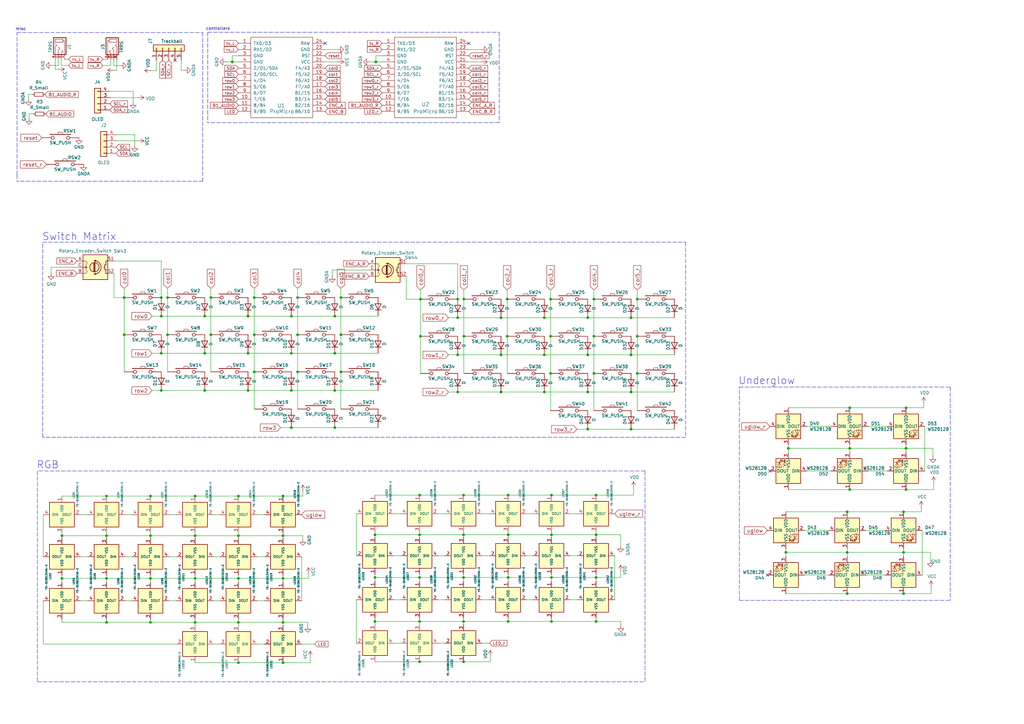
<source format=kicad_sch>
(kicad_sch (version 20211123) (generator eeschema)
  (paper "A3")
  (title_block (title "Protorne") (date "2020-09-28") (rev "3.0.1") (company "Waffle Inc."))
  (junction (at 97.79 203.454))
  (junction (at 190.119 219.329))
  (junction (at 43.688 219.71))
  (junction (at 80.01 203.454))
  (junction (at 370.586 209.931))
  (junction (at 241.046 176.022))
  (junction (at 119.507 144.907))
  (junction (at 261.366 153.162))
  (junction (at 66.167 122.047))
  (junction (at 258.826 130.302))
  (junction (at 119.507 129.667))
  (junction (at 208.026 122.682))
  (junction (at 101.727 160.147))
  (junction (at 261.366 122.682))
  (junction (at 205.486 145.542))
  (junction (at 116.078 255.27))
  (junction (at 153.797 254.889))
  (junction (at 348.488 167.259))
  (junction (at 243.586 153.162))
  (junction (at 86.487 137.287))
  (junction (at 225.806 153.162))
  (junction (at 190.246 137.922))
  (junction (at 241.046 160.782))
  (junction (at 347.472 243.459))
  (junction (at 119.507 175.387))
  (junction (at 137.287 144.907))
  (junction (at 83.947 129.667))
  (junction (at 172.085 203.073))
  (junction (at 208.407 254.889))
  (junction (at 122.047 122.047))
  (junction (at 223.266 130.302))
  (junction (at 322.326 226.568))
  (junction (at 172.085 236.855))
  (junction (at 66.167 144.907))
  (junction (at 190.119 254.889))
  (junction (at 187.706 145.542))
  (junction (at 261.366 137.922))
  (junction (at 66.167 160.147))
  (junction (at 187.706 160.782))
  (junction (at 225.806 122.682))
  (junction (at 116.078 219.71))
  (junction (at 80.01 237.236))
  (junction (at 172.466 137.922))
  (junction (at 241.046 145.542))
  (junction (at 104.267 137.287))
  (junction (at 116.078 203.454))
  (junction (at 50.927 137.287))
  (junction (at 226.187 219.329))
  (junction (at 223.266 145.542))
  (junction (at 83.947 160.147))
  (junction (at 104.267 152.527))
  (junction (at 370.586 226.568))
  (junction (at 225.806 137.922))
  (junction (at 101.727 129.667))
  (junction (at 116.078 237.236))
  (junction (at 43.688 255.27))
  (junction (at 122.047 137.287))
  (junction (at 187.706 122.682))
  (junction (at 68.707 137.287))
  (junction (at 241.046 130.302))
  (junction (at 371.602 200.787))
  (junction (at 172.085 254.889))
  (junction (at 348.488 183.896))
  (junction (at 68.707 122.047))
  (junction (at 154.178 25.4))
  (junction (at 97.79 219.71))
  (junction (at 139.827 152.527))
  (junction (at 43.688 237.236))
  (junction (at 208.026 137.922))
  (junction (at 139.827 122.047))
  (junction (at 226.187 203.073))
  (junction (at 226.187 254.889))
  (junction (at 95.25 25.4))
  (junction (at 190.119 236.855))
  (junction (at 371.602 167.259))
  (junction (at 172.085 271.399))
  (junction (at 97.79 271.78))
  (junction (at 25.4 219.71))
  (junction (at 119.507 160.147))
  (junction (at 61.722 237.236))
  (junction (at 86.487 122.047))
  (junction (at 43.688 203.454))
  (junction (at 205.486 130.302))
  (junction (at 25.4 237.236))
  (junction (at 208.407 219.329))
  (junction (at 258.826 176.022))
  (junction (at 137.287 175.387))
  (junction (at 190.119 271.399))
  (junction (at 243.586 137.922))
  (junction (at 370.586 243.459))
  (junction (at 80.01 219.71))
  (junction (at 190.246 122.682))
  (junction (at 139.827 137.287))
  (junction (at 323.342 183.896))
  (junction (at 244.475 219.329))
  (junction (at 347.472 226.568))
  (junction (at 50.927 122.047))
  (junction (at 116.078 271.78))
  (junction (at 153.797 219.329))
  (junction (at 348.488 200.787))
  (junction (at 208.407 203.073))
  (junction (at 205.486 160.782))
  (junction (at 101.727 144.907))
  (junction (at 97.79 255.27))
  (junction (at 137.287 129.667))
  (junction (at 347.472 209.931))
  (junction (at 80.01 255.27))
  (junction (at 66.167 129.667))
  (junction (at 61.722 219.71))
  (junction (at 97.79 237.236))
  (junction (at 258.826 145.542))
  (junction (at 244.475 236.855))
  (junction (at 258.826 160.782))
  (junction (at 83.947 144.907))
  (junction (at 223.266 160.782))
  (junction (at 172.085 219.329))
  (junction (at 61.722 255.27))
  (junction (at 243.586 122.682))
  (junction (at 153.797 236.855))
  (junction (at 104.267 122.047))
  (junction (at 244.475 203.073))
  (junction (at 190.119 203.073))
  (junction (at 61.722 203.454))
  (junction (at 244.475 254.889))
  (junction (at 172.466 122.682))
  (junction (at 208.407 236.855))
  (junction (at 187.706 130.302))
  (junction (at 137.287 160.147))
  (junction (at 371.602 183.896))
  (junction (at 122.047 152.527))
  (junction (at 226.187 236.855))
  (no_connect (at 314.706 235.839))
  (no_connect (at 315.722 193.167))
  (no_connect (at 192.278 17.78))
  (no_connect (at 71.755 24.765))
  (no_connect (at 133.35 17.78))
  (wire (pts (xy 172.085 271.399) (xy 153.797 271.399)))
  (wire (pts (xy 43.688 238.76) (xy 43.688 237.236)))
  (wire (pts (xy 323.342 167.259) (xy 348.488 167.259)))
  (wire (pts (xy 43.688 235.966) (xy 43.688 237.236)))
  (wire (pts (xy 116.078 255.27) (xy 126.238 255.27)))
  (polyline (pts (xy 303.276 246.253) (xy 303.276 158.75)))
  (wire (pts (xy 244.475 254.889) (xy 254.635 254.889)))
  (wire (pts (xy 17.78 211.074) (xy 17.78 228.346)))
  (polyline (pts (xy 83.185 74.295) (xy 6.985 74.295)))
  (wire (pts (xy 95.25 22.86) (xy 95.25 25.4)))
  (polyline (pts (xy 204.724 50.292) (xy 85.217 50.292)))
  (wire (pts (xy 200.787 227.965) (xy 197.739 227.965)))
  (wire (pts (xy 208.407 236.855) (xy 226.187 236.855)))
  (wire (pts (xy 172.085 238.379) (xy 172.085 236.855)))
  (wire (pts (xy 187.706 145.542) (xy 205.486 145.542)))
  (wire (pts (xy 172.085 253.619) (xy 172.085 254.889)))
  (wire (pts (xy 92.71 25.4) (xy 95.25 25.4)))
  (wire (pts (xy 25.4 237.236) (xy 25.4 238.76)))
  (wire (pts (xy 225.806 118.872) (xy 225.806 122.682)))
  (wire (pts (xy 97.79 237.236) (xy 116.078 237.236)))
  (polyline (pts (xy 303.276 246.253) (xy 389.763 246.253)))
  (wire (pts (xy 47.625 57.785) (xy 56.515 57.785)))
  (wire (pts (xy 226.187 254.889) (xy 244.475 254.889)))
  (wire (pts (xy 355.092 235.839) (xy 362.966 235.839)))
  (wire (pts (xy 226.187 219.329) (xy 244.475 219.329)))
  (wire (pts (xy 190.119 271.399) (xy 201.041 271.399)))
  (wire (pts (xy 104.267 152.527) (xy 104.267 167.767)))
  (wire (pts (xy 66.167 144.907) (xy 83.947 144.907)))
  (wire (pts (xy 87.63 246.38) (xy 90.17 246.38)))
  (wire (pts (xy 151.384 110.744) (xy 136.271 110.744)))
  (wire (pts (xy 154.178 25.4) (xy 156.718 25.4)))
  (wire (pts (xy 241.046 160.782) (xy 258.826 160.782)))
  (wire (pts (xy 348.488 185.547) (xy 348.488 183.896)))
  (wire (pts (xy 370.586 228.219) (xy 370.586 226.568)))
  (wire (pts (xy 46.736 107.061) (xy 66.167 107.061)))
  (wire (pts (xy 190.246 118.872) (xy 190.246 122.682)))
  (wire (pts (xy 236.855 245.999) (xy 233.807 245.999)))
  (wire (pts (xy 370.586 243.459) (xy 381.889 243.459)))
  (wire (pts (xy 43.688 203.454) (xy 61.722 203.454)))
  (wire (pts (xy 25.4 203.454) (xy 43.688 203.454)))
  (wire (pts (xy 83.947 129.667) (xy 101.727 129.667)))
  (wire (pts (xy 244.475 253.619) (xy 244.475 254.889)))
  (wire (pts (xy 86.487 122.047) (xy 86.487 137.287)))
  (wire (pts (xy 201.041 271.399) (xy 201.041 269.24)))
  (wire (pts (xy 64.135 28.956) (xy 61.849 28.956)))
  (wire (pts (xy 46.6598 26.8986) (xy 49.1998 26.8986)))
  (wire (pts (xy 25.1714 24.3078) (xy 25.1714 26.8478)))
  (wire (pts (xy 236.855 210.693) (xy 233.807 210.693)))
  (wire (pts (xy 97.79 22.86) (xy 95.25 22.86)))
  (wire (pts (xy 179.705 245.999) (xy 182.499 245.999)))
  (wire (pts (xy 28.1178 26.8478) (xy 25.1714 26.8478)))
  (polyline (pts (xy 85.217 13.208) (xy 204.724 13.208)))
  (wire (pts (xy 153.797 236.855) (xy 172.085 236.855)))
  (wire (pts (xy 17.78 264.16) (xy 17.78 246.38)))
  (wire (pts (xy 133.35 20.32) (xy 138.43 20.32)))
  (wire (pts (xy 127.254 271.78) (xy 127.254 269.621)))
  (wire (pts (xy 172.085 256.159) (xy 172.085 254.889)))
  (wire (pts (xy 208.407 253.619) (xy 208.407 254.889)))
  (wire (pts (xy 25.4 219.71) (xy 43.688 219.71)))
  (wire (pts (xy 172.085 254.889) (xy 153.797 254.889)))
  (wire (pts (xy 208.407 218.313) (xy 208.407 219.329)))
  (wire (pts (xy 43.688 254) (xy 43.688 255.27)))
  (wire (pts (xy 105.41 264.16) (xy 108.458 264.16)))
  (wire (pts (xy 97.79 254) (xy 97.79 255.27)))
  (wire (pts (xy 371.602 167.259) (xy 378.841 167.259)))
  (wire (pts (xy 322.326 228.219) (xy 322.326 226.568)))
  (wire (pts (xy 182.499 210.693) (xy 179.705 210.693)))
  (wire (pts (xy 97.79 235.966) (xy 97.79 237.236)))
  (wire (pts (xy 378.841 165.481) (xy 378.841 167.259)))
  (wire (pts (xy 377.825 209.931) (xy 377.825 208.153)))
  (wire (pts (xy 208.407 238.379) (xy 208.407 236.855)))
  (polyline (pts (xy 6.985 71.755) (xy 6.985 74.295)))
  (wire (pts (xy 208.407 203.073) (xy 226.187 203.073)))
  (wire (pts (xy 322.326 226.568) (xy 347.472 226.568)))
  (wire (pts (xy 69.342 246.38) (xy 72.39 246.38)))
  (wire (pts (xy 322.326 225.171) (xy 322.326 226.568)))
  (wire (pts (xy 45.3898 26.8986) (xy 42.1894 26.8986)))
  (wire (pts (xy 104.267 118.237) (xy 104.267 122.047)))
  (wire (pts (xy 80.01 255.27) (xy 97.79 255.27)))
  (wire (pts (xy 190.119 271.399) (xy 172.085 271.399)))
  (polyline (pts (xy 264.541 193.167) (xy 15.367 193.167)))
  (wire (pts (xy 46.6598 24.3586) (xy 46.6598 26.8986)))
  (wire (pts (xy 348.488 182.499) (xy 348.488 183.896)))
  (wire (pts (xy 243.586 137.922) (xy 243.586 153.162)))
  (wire (pts (xy 153.797 219.329) (xy 153.797 220.345)))
  (wire (pts (xy 90.17 228.346) (xy 87.63 228.346)))
  (wire (pts (xy 122.047 118.237) (xy 122.047 122.047)))
  (wire (pts (xy 323.342 183.896) (xy 348.488 183.896)))
  (wire (pts (xy 182.499 227.965) (xy 179.705 227.965)))
  (wire (pts (xy 61.722 254) (xy 61.722 255.27)))
  (wire (pts (xy 208.026 122.682) (xy 208.026 137.922)))
  (wire (pts (xy 223.266 160.782) (xy 241.046 160.782)))
  (wire (pts (xy 119.507 175.387) (xy 137.287 175.387)))
  (wire (pts (xy 25.4 219.71) (xy 25.4 220.726)))
  (wire (pts (xy 172.085 219.329) (xy 190.119 219.329)))
  (wire (pts (xy 370.586 225.171) (xy 370.586 226.568)))
  (wire (pts (xy 95.25 25.4) (xy 97.79 25.4)))
  (wire (pts (xy 54.102 211.074) (xy 51.308 211.074)))
  (wire (pts (xy 347.472 243.459) (xy 370.586 243.459)))
  (wire (pts (xy 244.475 219.329) (xy 254.508 219.329)))
  (wire (pts (xy 61.722 220.726) (xy 61.722 219.71)))
  (wire (pts (xy 116.078 271.78) (xy 127.254 271.78)))
  (wire (pts (xy 104.267 122.047) (xy 104.267 137.287)))
  (wire (pts (xy 66.167 160.147) (xy 83.947 160.147)))
  (wire (pts (xy 25.4 218.694) (xy 25.4 219.71)))
  (wire (pts (xy 50.927 118.237) (xy 50.927 122.047)))
  (wire (pts (xy 153.797 256.159) (xy 153.797 254.889)))
  (wire (pts (xy 323.342 182.499) (xy 323.342 183.896)))
  (wire (pts (xy 43.688 220.726) (xy 43.688 219.71)))
  (wire (pts (xy 119.507 160.147) (xy 137.287 160.147)))
  (wire (pts (xy 166.624 122.682) (xy 172.466 122.682)))
  (wire (pts (xy 347.472 228.219) (xy 347.472 226.568)))
  (wire (pts (xy 51.308 246.38) (xy 54.102 246.38)))
  (wire (pts (xy 101.727 160.147) (xy 119.507 160.147)))
  (wire (pts (xy 50.927 122.047) (xy 50.927 137.287)))
  (wire (pts (xy 252.095 245.999) (xy 252.095 227.965)))
  (wire (pts (xy 61.722 219.71) (xy 80.01 219.71)))
  (wire (pts (xy 139.827 152.527) (xy 139.827 167.767)))
  (wire (pts (xy 161.417 263.779) (xy 164.465 263.779)))
  (wire (pts (xy 190.119 220.345) (xy 190.119 219.329)))
  (wire (pts (xy 190.246 137.922) (xy 190.246 153.162)))
  (wire (pts (xy 243.586 122.682) (xy 243.586 137.922)))
  (wire (pts (xy 101.727 129.667) (xy 119.507 129.667)))
  (wire (pts (xy 104.267 137.287) (xy 104.267 152.527)))
  (wire (pts (xy 244.475 203.073) (xy 259.842 203.073)))
  (wire (pts (xy 61.722 203.454) (xy 80.01 203.454)))
  (wire (pts (xy 225.806 153.162) (xy 225.806 168.402)))
  (wire (pts (xy 161.417 245.999) (xy 164.465 245.999)))
  (wire (pts (xy 226.187 218.313) (xy 226.187 219.329)))
  (wire (pts (xy 208.026 118.872) (xy 208.026 122.682)))
  (wire (pts (xy 382.651 183.896) (xy 382.651 187.198)))
  (wire (pts (xy 153.797 218.313) (xy 153.797 219.329)))
  (wire (pts (xy 190.119 235.585) (xy 190.119 236.855)))
  (wire (pts (xy 205.486 130.302) (xy 223.266 130.302)))
  (wire (pts (xy 370.586 226.568) (xy 381.635 226.568)))
  (wire (pts (xy 36.068 228.346) (xy 33.02 228.346)))
  (polyline (pts (xy 17.526 179.324) (xy 17.526 99.314)))
  (wire (pts (xy 22.6314 24.3078) (xy 22.6314 28.3972)))
  (wire (pts (xy 68.707 118.237) (xy 68.707 122.047)))
  (wire (pts (xy 356.108 174.879) (xy 363.982 174.879)))
  (wire (pts (xy 244.475 218.313) (xy 244.475 219.329)))
  (wire (pts (xy 124.206 203.454) (xy 124.206 201.422)))
  (wire (pts (xy 146.177 210.693) (xy 146.177 227.965)))
  (wire (pts (xy 322.326 209.931) (xy 347.472 209.931)))
  (wire (pts (xy 216.027 210.693) (xy 218.567 210.693)))
  (wire (pts (xy 108.458 246.38) (xy 105.41 246.38)))
  (wire (pts (xy 116.078 235.966) (xy 116.078 237.236)))
  (wire (pts (xy 243.586 153.162) (xy 243.586 168.402)))
  (wire (pts (xy 190.119 254.889) (xy 208.407 254.889)))
  (wire (pts (xy 244.475 220.345) (xy 244.475 219.329)))
  (wire (pts (xy 190.119 238.379) (xy 190.119 236.855)))
  (wire (pts (xy 244.475 235.585) (xy 244.475 236.855)))
  (wire (pts (xy 122.047 122.047) (xy 122.047 137.287)))
  (wire (pts (xy 323.342 185.547) (xy 323.342 183.896)))
  (wire (pts (xy 23.9014 26.8478) (xy 21.3614 26.8478)))
  (wire (pts (xy 66.167 107.061) (xy 66.167 122.047)))
  (wire (pts (xy 87.63 264.16) (xy 90.17 264.16)))
  (wire (pts (xy 25.4 235.966) (xy 25.4 237.236)))
  (wire (pts (xy 218.567 227.965) (xy 216.027 227.965)))
  (wire (pts (xy 23.876 28.3972) (xy 22.6314 28.3972)))
  (wire (pts (xy 46.736 122.047) (xy 50.927 122.047)))
  (wire (pts (xy 254.635 256.54) (xy 254.635 254.889)))
  (wire (pts (xy 139.827 118.237) (xy 139.827 122.047)))
  (wire (pts (xy 43.688 219.71) (xy 61.722 219.71)))
  (wire (pts (xy 371.602 183.896) (xy 382.651 183.896)))
  (wire (pts (xy 330.962 193.167) (xy 340.868 193.167)))
  (wire (pts (xy 205.486 160.782) (xy 223.266 160.782)))
  (wire (pts (xy 371.602 200.787) (xy 382.905 200.787)))
  (wire (pts (xy 74.295 24.765) (xy 74.295 28.829)))
  (wire (pts (xy 146.177 263.779) (xy 146.177 245.999)))
  (wire (pts (xy 156.718 22.86) (xy 154.178 22.86)))
  (wire (pts (xy 241.046 176.022) (xy 258.826 176.022)))
  (wire (pts (xy 42.2148 24.3586) (xy 44.1198 24.3586)))
  (wire (pts (xy 166.624 113.284) (xy 166.624 122.682)))
  (wire (pts (xy 236.601 176.022) (xy 241.046 176.022)))
  (wire (pts (xy 166.624 108.204) (xy 187.706 108.204)))
  (wire (pts (xy 66.167 129.667) (xy 83.947 129.667)))
  (wire (pts (xy 154.178 22.86) (xy 154.178 25.4)))
  (wire (pts (xy 172.466 137.922) (xy 172.466 153.162)))
  (wire (pts (xy 225.806 137.922) (xy 225.806 153.162)))
  (wire (pts (xy 136.271 110.744) (xy 136.271 113.284)))
  (wire (pts (xy 97.79 219.71) (xy 116.078 219.71)))
  (wire (pts (xy 261.366 153.162) (xy 261.366 168.402)))
  (wire (pts (xy 126.492 237.236) (xy 126.492 235.331)))
  (wire (pts (xy 382.905 200.787) (xy 382.905 198.12)))
  (wire (pts (xy 205.486 145.542) (xy 223.266 145.542)))
  (wire (pts (xy 80.01 271.78) (xy 97.79 271.78)))
  (wire (pts (xy 62.357 144.907) (xy 66.167 144.907)))
  (wire (pts (xy 226.187 235.585) (xy 226.187 236.855)))
  (wire (pts (xy 43.688 255.27) (xy 25.4 255.27)))
  (wire (pts (xy 72.39 228.346) (xy 69.342 228.346)))
  (wire (pts (xy 62.357 160.147) (xy 66.167 160.147)))
  (wire (pts (xy 133.35 25.4) (xy 138.43 25.4)))
  (wire (pts (xy 330.962 174.879) (xy 340.868 174.879)))
  (wire (pts (xy 329.946 235.839) (xy 339.852 235.839)))
  (wire (pts (xy 258.826 176.022) (xy 276.606 176.022)))
  (wire (pts (xy 208.407 220.345) (xy 208.407 219.329)))
  (wire (pts (xy 197.739 245.999) (xy 200.787 245.999)))
  (wire (pts (xy 190.119 219.329) (xy 190.119 218.313)))
  (wire (pts (xy 80.01 203.454) (xy 97.79 203.454)))
  (wire (pts (xy 172.085 235.585) (xy 172.085 236.855)))
  (wire (pts (xy 68.707 137.287) (xy 68.707 152.527)))
  (wire (pts (xy 183.896 160.782) (xy 187.706 160.782)))
  (wire (pts (xy 28.1686 24.3078) (xy 26.4414 24.3078)))
  (wire (pts (xy 80.01 220.726) (xy 80.01 219.71)))
  (wire (pts (xy 116.078 237.236) (xy 126.492 237.236)))
  (wire (pts (xy 108.458 211.074) (xy 105.41 211.074)))
  (polyline (pts (xy 281.178 179.324) (xy 17.526 179.324)))
  (wire (pts (xy 378.206 217.551) (xy 378.206 235.839)))
  (wire (pts (xy 43.688 237.236) (xy 61.722 237.236)))
  (wire (pts (xy 164.465 227.965) (xy 161.417 227.965)))
  (wire (pts (xy 45.085 37.465) (xy 54.61 37.465)))
  (polyline (pts (xy 15.367 193.167) (xy 15.367 279.654)))
  (wire (pts (xy 68.707 122.047) (xy 68.707 137.287)))
  (wire (pts (xy 108.458 228.346) (xy 105.41 228.346)))
  (wire (pts (xy 348.488 183.896) (xy 371.602 183.896)))
  (wire (pts (xy 11.7094 38.735) (xy 11.7094 40.6146)))
  (wire (pts (xy 61.722 219.71) (xy 61.722 218.694)))
  (polyline (pts (xy 303.276 158.75) (xy 389.763 158.75)))
  (wire (pts (xy 97.79 238.76) (xy 97.79 237.236)))
  (wire (pts (xy 25.4 237.236) (xy 43.688 237.236)))
  (wire (pts (xy 261.366 118.872) (xy 261.366 122.682)))
  (wire (pts (xy 192.278 20.32) (xy 197.358 20.32)))
  (wire (pts (xy 11.9126 46.736) (xy 11.9126 48.5394)))
  (wire (pts (xy 116.078 218.694) (xy 116.078 219.71)))
  (wire (pts (xy 116.078 203.454) (xy 124.206 203.454)))
  (wire (pts (xy 86.487 118.237) (xy 86.487 122.047)))
  (wire (pts (xy 46.6852 28.7782) (xy 47.9298 28.7782)))
  (wire (pts (xy 54.61 37.465) (xy 54.61 41.91)))
  (wire (pts (xy 23.9014 24.3078) (xy 23.9014 26.8478)))
  (wire (pts (xy 355.092 217.551) (xy 362.966 217.551)))
  (wire (pts (xy 137.287 175.387) (xy 155.067 175.387)))
  (wire (pts (xy 61.722 238.76) (xy 61.722 237.236)))
  (wire (pts (xy 172.085 203.073) (xy 190.119 203.073)))
  (wire (pts (xy 241.046 145.542) (xy 258.826 145.542)))
  (wire (pts (xy 261.366 122.682) (xy 261.366 137.922)))
  (wire (pts (xy 126.238 255.27) (xy 126.238 256.794)))
  (wire (pts (xy 115.062 175.387) (xy 119.507 175.387)))
  (wire (pts (xy 172.085 236.855) (xy 190.119 236.855)))
  (wire (pts (xy 33.02 246.38) (xy 36.068 246.38)))
  (wire (pts (xy 13.6906 46.736) (xy 11.9126 46.736)))
  (wire (pts (xy 122.047 152.527) (xy 122.047 167.767)))
  (wire (pts (xy 55.245 55.245) (xy 47.625 55.245)))
  (wire (pts (xy 119.507 129.667) (xy 137.287 129.667)))
  (wire (pts (xy 80.01 238.76) (xy 80.01 237.236)))
  (polyline (pts (xy 85.217 13.208) (xy 85.217 50.292)))
  (wire (pts (xy 25.4 254) (xy 25.4 255.27)))
  (wire (pts (xy 183.896 130.302) (xy 187.706 130.302)))
  (wire (pts (xy 182.499 263.779) (xy 179.705 263.779)))
  (wire (pts (xy 62.357 129.667) (xy 66.167 129.667)))
  (polyline (pts (xy 83.185 13.335) (xy 83.185 74.295)))
  (wire (pts (xy 347.472 226.568) (xy 370.586 226.568)))
  (wire (pts (xy 197.739 263.779) (xy 200.787 263.779)))
  (wire (pts (xy 347.472 225.171) (xy 347.472 226.568)))
  (wire (pts (xy 80.01 237.236) (xy 97.79 237.236)))
  (wire (pts (xy 101.727 144.907) (xy 119.507 144.907)))
  (wire (pts (xy 153.797 253.619) (xy 153.797 254.889)))
  (wire (pts (xy 17.78 264.16) (xy 72.39 264.16)))
  (wire (pts (xy 13.335 38.735) (xy 11.7094 38.735)))
  (wire (pts (xy 137.287 129.667) (xy 155.067 129.667)))
  (wire (pts (xy 122.047 137.287) (xy 122.047 152.527)))
  (polyline (pts (xy 17.526 99.314) (xy 281.178 99.314)))
  (wire (pts (xy 379.222 174.879) (xy 379.222 193.167)))
  (wire (pts (xy 223.266 145.542) (xy 241.046 145.542)))
  (wire (pts (xy 80.01 256.54) (xy 80.01 255.27)))
  (polyline (pts (xy 281.178 99.314) (xy 281.178 179.324)))
  (wire (pts (xy 322.326 243.459) (xy 347.472 243.459)))
  (wire (pts (xy 243.586 118.872) (xy 243.586 122.682)))
  (wire (pts (xy 20.955 109.601) (xy 20.955 112.141)))
  (wire (pts (xy 190.119 256.159) (xy 190.119 254.889)))
  (wire (pts (xy 172.085 220.345) (xy 172.085 219.329)))
  (wire (pts (xy 172.085 254.889) (xy 190.119 254.889)))
  (wire (pts (xy 97.79 271.78) (xy 116.078 271.78)))
  (wire (pts (xy 208.407 219.329) (xy 226.187 219.329)))
  (wire (pts (xy 259.842 203.073) (xy 259.842 200.152)))
  (wire (pts (xy 116.078 220.726) (xy 116.078 219.71)))
  (wire (pts (xy 192.278 25.4) (xy 197.358 25.4)))
  (wire (pts (xy 172.466 118.872) (xy 172.466 122.682)))
  (wire (pts (xy 348.488 200.787) (xy 371.602 200.787)))
  (wire (pts (xy 208.407 254.889) (xy 226.187 254.889)))
  (wire (pts (xy 200.787 210.693) (xy 197.739 210.693)))
  (wire (pts (xy 371.602 182.499) (xy 371.602 183.896)))
  (wire (pts (xy 254.508 219.329) (xy 254.508 223.901)))
  (wire (pts (xy 151.638 25.4) (xy 154.178 25.4)))
  (wire (pts (xy 254.508 236.855) (xy 254.508 234.315)))
  (wire (pts (xy 137.287 160.147) (xy 155.067 160.147)))
  (wire (pts (xy 47.9298 24.3586) (xy 47.9298 28.7782)))
  (wire (pts (xy 55.245 59.69) (xy 55.245 55.245)))
  (wire (pts (xy 83.947 144.907) (xy 101.727 144.907)))
  (wire (pts (xy 187.706 108.204) (xy 187.706 122.682)))
  (polyline (pts (xy 6.985 71.755) (xy 6.985 13.335)))
  (wire (pts (xy 83.947 160.147) (xy 101.727 160.147)))
  (wire (pts (xy 236.855 227.965) (xy 233.807 227.965)))
  (wire (pts (xy 216.027 245.999) (xy 218.567 245.999)))
  (wire (pts (xy 208.407 235.585) (xy 208.407 236.855)))
  (wire (pts (xy 97.79 220.726) (xy 97.79 219.71)))
  (wire (pts (xy 36.068 211.074) (xy 33.02 211.074)))
  (polyline (pts (xy 204.724 13.208) (xy 204.724 50.292)))
  (wire (pts (xy 97.79 203.454) (xy 116.078 203.454)))
  (wire (pts (xy 129.032 264.16) (xy 123.698 264.16)))
  (wire (pts (xy 226.187 236.855) (xy 244.475 236.855)))
  (wire (pts (xy 172.085 219.329) (xy 172.085 218.313)))
  (wire (pts (xy 164.465 210.693) (xy 161.417 210.693)))
  (wire (pts (xy 61.722 255.27) (xy 80.01 255.27)))
  (wire (pts (xy 153.797 236.855) (xy 153.797 238.379)))
  (wire (pts (xy 153.797 235.585) (xy 153.797 236.855)))
  (wire (pts (xy 223.266 130.302) (xy 241.046 130.302)))
  (wire (pts (xy 190.119 236.855) (xy 208.407 236.855)))
  (wire (pts (xy 371.602 185.547) (xy 371.602 183.896)))
  (wire (pts (xy 54.102 228.346) (xy 51.308 228.346)))
  (wire (pts (xy 258.826 160.782) (xy 276.606 160.782)))
  (wire (pts (xy 226.187 203.073) (xy 244.475 203.073)))
  (wire (pts (xy 226.187 220.345) (xy 226.187 219.329)))
  (wire (pts (xy 43.688 219.71) (xy 43.688 218.694)))
  (wire (pts (xy 190.246 122.682) (xy 190.246 137.922)))
  (polyline (pts (xy 15.367 279.654) (xy 264.541 279.654)))
  (wire (pts (xy 258.826 145.542) (xy 276.606 145.542)))
  (wire (pts (xy 80.01 218.694) (xy 80.01 219.71)))
  (wire (pts (xy 139.827 137.287) (xy 139.827 152.527)))
  (wire (pts (xy 119.507 144.907) (xy 137.287 144.907)))
  (wire (pts (xy 87.63 211.074) (xy 90.17 211.074)))
  (wire (pts (xy 124.206 219.71) (xy 124.206 221.107)))
  (wire (pts (xy 86.487 137.287) (xy 86.487 152.527)))
  (wire (pts (xy 97.79 256.54) (xy 97.79 255.27)))
  (wire (pts (xy 183.896 145.542) (xy 187.706 145.542)))
  (wire (pts (xy 348.488 167.259) (xy 371.602 167.259)))
  (wire (pts (xy 45.3898 24.3586) (xy 45.3898 26.8986)))
  (wire (pts (xy 226.187 253.619) (xy 226.187 254.889)))
  (wire (pts (xy 329.946 217.551) (xy 339.852 217.551)))
  (wire (pts (xy 116.078 238.76) (xy 116.078 237.236)))
  (wire (pts (xy 116.078 219.71) (xy 124.206 219.71)))
  (wire (pts (xy 97.79 218.694) (xy 97.79 219.71)))
  (wire (pts (xy 381.635 226.568) (xy 381.635 229.87)))
  (wire (pts (xy 370.586 209.931) (xy 377.825 209.931)))
  (polyline (pts (xy 389.763 158.75) (xy 389.763 246.253)))
  (wire (pts (xy 208.026 137.922) (xy 208.026 153.162)))
  (wire (pts (xy 190.119 203.073) (xy 208.407 203.073)))
  (wire (pts (xy 116.078 256.54) (xy 116.078 255.27)))
  (wire (pts (xy 80.01 235.966) (xy 80.01 237.236)))
  (wire (pts (xy 190.119 219.329) (xy 208.407 219.329)))
  (wire (pts (xy 74.295 28.829) (xy 75.565 28.829)))
  (wire (pts (xy 187.706 160.782) (xy 205.486 160.782)))
  (wire (pts (xy 356.108 193.167) (xy 363.982 193.167)))
  (wire (pts (xy 80.01 219.71) (xy 97.79 219.71)))
  (wire (pts (xy 347.472 209.931) (xy 370.586 209.931)))
  (wire (pts (xy 153.797 219.329) (xy 172.085 219.329)))
  (wire (pts (xy 153.797 203.073) (xy 172.085 203.073)))
  (wire (pts (xy 116.078 254) (xy 116.078 255.27)))
  (polyline (pts (xy 6.985 13.335) (xy 83.185 13.335)))
  (wire (pts (xy 187.706 130.302) (xy 205.486 130.302)))
  (wire (pts (xy 139.827 122.047) (xy 139.827 137.287)))
  (wire (pts (xy 137.287 144.907) (xy 155.067 144.907)))
  (wire (pts (xy 244.475 238.379) (xy 244.475 236.855)))
  (wire (pts (xy 381.889 243.459) (xy 381.889 240.792)))
  (wire (pts (xy 61.722 237.236) (xy 80.01 237.236)))
  (wire (pts (xy 261.366 137.922) (xy 261.366 153.162)))
  (wire (pts (xy 80.01 254) (xy 80.01 255.27)))
  (wire (pts (xy 241.046 130.302) (xy 258.826 130.302)))
  (wire (pts (xy 31.496 109.601) (xy 20.955 109.601)))
  (wire (pts (xy 64.135 24.765) (xy 64.135 28.956)))
  (wire (pts (xy 43.688 255.27) (xy 61.722 255.27)))
  (wire (pts (xy 172.466 122.682) (xy 172.466 137.922)))
  (wire (pts (xy 123.698 246.38) (xy 123.698 228.346)))
  (wire (pts (xy 45.085 40.005) (xy 56.515 40.005)))
  (wire (pts (xy 226.187 238.379) (xy 226.187 236.855)))
  (wire (pts (xy 97.79 255.27) (xy 116.078 255.27)))
  (wire (pts (xy 244.475 236.855) (xy 254.508 236.855)))
  (wire (pts (xy 72.39 211.074) (xy 69.342 211.074)))
  (wire (pts (xy 258.826 130.302) (xy 276.606 130.302)))
  (wire (pts (xy 46.736 112.141) (xy 46.736 122.047)))
  (wire (pts (xy 190.119 253.619) (xy 190.119 254.889)))
  (wire (pts (xy 50.927 137.287) (xy 50.927 152.527)))
  (wire (pts (xy 61.722 235.966) (xy 61.722 237.236)))
  (wire (pts (xy 323.342 200.787) (xy 348.488 200.787)))
  (wire (pts (xy 225.806 122.682) (xy 225.806 137.922)))
  (polyline (pts (xy 264.541 193.167) (xy 264.541 279.654)))
  (text "Underglow\n" (at 302.768 157.988 0) (effects (font (size 2.9972 2.9972)) (justify left bottom)))
  (text "Switch Matrix" (at 17.272 98.933 0) (effects (font (size 2.9972 2.9972)) (justify left bottom)))
  (text "controllers" (at 84.455 12.573 0) (effects (font (size 1.1938 1.1938)) (justify left bottom)))
  (text "RGB" (at 14.986 192.532 0) (effects (font (size 2.9972 2.9972)) (justify left bottom)))
  (text "misc" (at 6.35 12.7 0) (effects (font (size 1.1938 1.1938)) (justify left bottom)))
  (global_label "LED" (shape input) (at 129.032 264.16 0) (effects (font (size 1.1938 1.1938))) (property "Intersheet References" "${INTERSHEET_REFS}" (effects hide)))
  (global_label "ENC_B" (shape input) (at 133.35 45.72 0) (property "Intersheet References" "${INTERSHEET_REFS}" (effects hide)))
  (global_label "row0" (shape input) (at 62.357 129.667 180) (effects (font (size 1.524 1.524))) (property "Intersheet References" "${INTERSHEET_REFS}" (effects hide)))
  (global_label "SCL_r" (shape input) (at 45.085 42.545 0) (effects (font (size 1.1938 1.1938))) (property "Intersheet References" "${INTERSHEET_REFS}" (effects hide)))
  (global_label "LED_r" (shape input) (at 200.787 263.779 0) (effects (font (size 1.1938 1.1938))) (property "Intersheet References" "${INTERSHEET_REFS}" (effects hide)))
  (global_label "SDA" (shape input) (at 47.625 62.865 0) (effects (font (size 1.1938 1.1938))) (property "Intersheet References" "${INTERSHEET_REFS}" (effects hide)))
  (global_label "ENC_A" (shape input) (at 31.496 107.061 180) (property "Intersheet References" "${INTERSHEET_REFS}" (effects hide)))
  (global_label "reset" (shape input) (at 133.35 22.86 0) (effects (font (size 1.1938 1.1938))) (property "Intersheet References" "${INTERSHEET_REFS}" (effects hide)))
  (global_label "col3_r" (shape input) (at 225.806 118.872 90) (effects (font (size 1.524 1.524))) (property "Intersheet References" "${INTERSHEET_REFS}" (effects hide)))
  (global_label "reset_r" (shape input) (at 19.05 67.437 180) (effects (font (size 1.524 1.524))) (property "Intersheet References" "${INTERSHEET_REFS}" (effects hide)))
  (global_label "row2_r" (shape input) (at 183.896 160.782 180) (effects (font (size 1.524 1.524))) (property "Intersheet References" "${INTERSHEET_REFS}" (effects hide)))
  (global_label "LED_r" (shape input) (at 156.718 45.72 180) (effects (font (size 1.1938 1.1938))) (property "Intersheet References" "${INTERSHEET_REFS}" (effects hide)))
  (global_label "col0" (shape input) (at 133.35 27.94 0) (effects (font (size 1.1938 1.1938))) (property "Intersheet References" "${INTERSHEET_REFS}" (effects hide)))
  (global_label "SCL_r" (shape input) (at 69.215 24.765 270) (effects (font (size 1.1938 1.1938))) (property "Intersheet References" "${INTERSHEET_REFS}" (effects hide)))
  (global_label "SCL" (shape input) (at 47.625 60.325 0) (effects (font (size 1.1938 1.1938))) (property "Intersheet References" "${INTERSHEET_REFS}" (effects hide)))
  (global_label "row3" (shape input) (at 115.062 175.387 180) (effects (font (size 1.524 1.524))) (property "Intersheet References" "${INTERSHEET_REFS}" (effects hide)))
  (global_label "col0_r" (shape input) (at 192.278 27.94 0) (effects (font (size 1.1938 1.1938))) (property "Intersheet References" "${INTERSHEET_REFS}" (effects hide)))
  (global_label "tx_R" (shape input) (at 156.718 17.78 180) (effects (font (size 1.1938 1.1938))) (property "Intersheet References" "${INTERSHEET_REFS}" (effects hide)))
  (global_label "SCL" (shape input) (at 97.79 30.48 180) (effects (font (size 1.1938 1.1938))) (property "Intersheet References" "${INTERSHEET_REFS}" (effects hide)))
  (global_label "tx_L" (shape input) (at 28.1178 26.8478 0) (effects (font (size 1.1938 1.1938))) (property "Intersheet References" "${INTERSHEET_REFS}" (effects hide)))
  (global_label "tx_R" (shape input) (at 42.2148 24.3586 180) (effects (font (size 1.1938 1.1938))) (property "Intersheet References" "${INTERSHEET_REFS}" (effects hide)))
  (global_label "ENC_A_R" (shape input) (at 151.384 108.204 180) (property "Intersheet References" "${INTERSHEET_REFS}" (effects hide)))
  (global_label "col4_r" (shape input) (at 192.278 38.1 0) (effects (font (size 1.1938 1.1938))) (property "Intersheet References" "${INTERSHEET_REFS}" (effects hide)))
  (global_label "col4" (shape input) (at 133.35 38.1 0) (effects (font (size 1.1938 1.1938))) (property "Intersheet References" "${INTERSHEET_REFS}" (effects hide)))
  (global_label "col2_r" (shape input) (at 192.278 33.02 0) (effects (font (size 1.1938 1.1938))) (property "Intersheet References" "${INTERSHEET_REFS}" (effects hide)))
  (global_label "uglow" (shape input) (at 314.706 217.551 180) (effects (font (size 1.524 1.524))) (property "Intersheet References" "${INTERSHEET_REFS}" (effects hide)))
  (global_label "rx_L" (shape input) (at 97.79 20.32 180) (effects (font (size 1.1938 1.1938))) (property "Intersheet References" "${INTERSHEET_REFS}" (effects hide)))
  (global_label "col1_r" (shape input) (at 190.246 118.872 90) (effects (font (size 1.524 1.524))) (property "Intersheet References" "${INTERSHEET_REFS}" (effects hide)))
  (global_label "col0_r" (shape input) (at 172.466 118.872 90) (effects (font (size 1.524 1.524))) (property "Intersheet References" "${INTERSHEET_REFS}" (effects hide)))
  (global_label "row3_r" (shape input) (at 156.718 40.64 180) (effects (font (size 1.1938 1.1938))) (property "Intersheet References" "${INTERSHEET_REFS}" (effects hide)))
  (global_label "ENC_B" (shape input) (at 31.496 112.141 180) (property "Intersheet References" "${INTERSHEET_REFS}" (effects hide)))
  (global_label "col1_r" (shape input) (at 192.278 30.48 0) (effects (font (size 1.1938 1.1938))) (property "Intersheet References" "${INTERSHEET_REFS}" (effects hide)))
  (global_label "col3" (shape input) (at 133.35 35.56 0) (effects (font (size 1.1938 1.1938))) (property "Intersheet References" "${INTERSHEET_REFS}" (effects hide)))
  (global_label "col1" (shape input) (at 68.707 118.237 90) (effects (font (size 1.524 1.524))) (property "Intersheet References" "${INTERSHEET_REFS}" (effects hide)))
  (global_label "row1_r" (shape input) (at 156.718 35.56 180) (effects (font (size 1.1938 1.1938))) (property "Intersheet References" "${INTERSHEET_REFS}" (effects hide)))
  (global_label "row2_r" (shape input) (at 156.718 38.1 180) (effects (font (size 1.1938 1.1938))) (property "Intersheet References" "${INTERSHEET_REFS}" (effects hide)))
  (global_label "col3_r" (shape input) (at 192.278 35.56 0) (effects (font (size 1.1938 1.1938))) (property "Intersheet References" "${INTERSHEET_REFS}" (effects hide)))
  (global_label "col0" (shape input) (at 50.927 118.237 90) (effects (font (size 1.524 1.524))) (property "Intersheet References" "${INTERSHEET_REFS}" (effects hide)))
  (global_label "LED" (shape input) (at 97.79 45.72 180) (effects (font (size 1.1938 1.1938))) (property "Intersheet References" "${INTERSHEET_REFS}" (effects hide)))
  (global_label "row1" (shape input) (at 62.357 144.907 180) (effects (font (size 1.524 1.524))) (property "Intersheet References" "${INTERSHEET_REFS}" (effects hide)))
  (global_label "SDA_r" (shape input) (at 156.718 27.94 180) (effects (font (size 1.1938 1.1938))) (property "Intersheet References" "${INTERSHEET_REFS}" (effects hide)))
  (global_label "SCL_r" (shape input) (at 156.718 30.48 180) (effects (font (size 1.1938 1.1938))) (property "Intersheet References" "${INTERSHEET_REFS}" (effects hide)))
  (global_label "col5" (shape input) (at 139.827 118.237 90) (effects (font (size 1.524 1.524))) (property "Intersheet References" "${INTERSHEET_REFS}" (effects hide)))
  (global_label "col2_r" (shape input) (at 208.026 118.872 90) (effects (font (size 1.524 1.524))) (property "Intersheet References" "${INTERSHEET_REFS}" (effects hide)))
  (global_label "reset_r" (shape input) (at 192.278 22.86 0) (effects (font (size 1.1938 1.1938))) (property "Intersheet References" "${INTERSHEET_REFS}" (effects hide)))
  (global_label "row3_r" (shape input) (at 236.601 176.022 180) (effects (font (size 1.524 1.524))) (property "Intersheet References" "${INTERSHEET_REFS}" (effects hide)))
  (global_label "rx_R" (shape input) (at 42.1894 26.8986 180) (effects (font (size 1.1938 1.1938))) (property "Intersheet References" "${INTERSHEET_REFS}" (effects hide)))
  (global_label "row1" (shape input) (at 97.79 35.56 180) (effects (font (size 1.1938 1.1938))) (property "Intersheet References" "${INTERSHEET_REFS}" (effects hide)))
  (global_label "col5" (shape input) (at 133.35 40.64 0) (effects (font (size 1.1938 1.1938))) (property "Intersheet References" "${INTERSHEET_REFS}" (effects hide)))
  (global_label "SDA_r" (shape input) (at 66.675 24.765 270) (effects (font (size 1.1938 1.1938))) (property "Intersheet References" "${INTERSHEET_REFS}" (effects hide)))
  (global_label "col4_r" (shape input) (at 243.586 118.872 90) (effects (font (size 1.524 1.524))) (property "Intersheet References" "${INTERSHEET_REFS}" (effects hide)))
  (global_label "ENC_A_R" (shape input) (at 192.278 43.18 0) (property "Intersheet References" "${INTERSHEET_REFS}" (effects hide)))
  (global_label "row0_r" (shape input) (at 183.896 130.302 180) (effects (font (size 1.524 1.524))) (property "Intersheet References" "${INTERSHEET_REFS}" (effects hide)))
  (global_label "ENC_A" (shape input) (at 133.35 43.18 0) (property "Intersheet References" "${INTERSHEET_REFS}" (effects hide)))
  (global_label "col3" (shape input) (at 104.267 118.237 90) (effects (font (size 1.524 1.524))) (property "Intersheet References" "${INTERSHEET_REFS}" (effects hide)))
  (global_label "B1_AUDIO_R" (shape input) (at 18.415 38.735 0) (property "Intersheet References" "${INTERSHEET_REFS}" (effects hide)))
  (global_label "ENC_B_R" (shape input) (at 192.278 45.72 0) (property "Intersheet References" "${INTERSHEET_REFS}" (effects hide)))
  (global_label "SDA_r" (shape input) (at 45.085 45.085 0) (effects (font (size 1.1938 1.1938))) (property "Intersheet References" "${INTERSHEET_REFS}" (effects hide)))
  (global_label "row1_r" (shape input) (at 183.896 145.542 180) (effects (font (size 1.524 1.524))) (property "Intersheet References" "${INTERSHEET_REFS}" (effects hide)))
  (global_label "reset" (shape input) (at 17.145 56.515 180) (effects (font (size 1.524 1.524))) (property "Intersheet References" "${INTERSHEET_REFS}" (effects hide)))
  (global_label "row3" (shape input) (at 97.79 40.64 180) (effects (font (size 1.1938 1.1938))) (property "Intersheet References" "${INTERSHEET_REFS}" (effects hide)))
  (global_label "uglow_r" (shape input) (at 252.095 210.693 0) (effects (font (size 1.524 1.524))) (property "Intersheet References" "${INTERSHEET_REFS}" (effects hide)))
  (global_label "uglow_r" (shape input) (at 315.722 174.879 180) (effects (font (size 1.524 1.524))) (property "Intersheet References" "${INTERSHEET_REFS}" (effects hide)))
  (global_label "col2" (shape input) (at 86.487 118.237 90) (effects (font (size 1.524 1.524))) (property "Intersheet References" "${INTERSHEET_REFS}" (effects hide)))
  (global_label "row0_r" (shape input) (at 156.718 33.02 180) (effects (font (size 1.1938 1.1938))) (property "Intersheet References" "${INTERSHEET_REFS}" (effects hide)))
  (global_label "B1_AUDIO_R" (shape input) (at 156.718 43.18 180) (property "Intersheet References" "${INTERSHEET_REFS}" (effects hide)))
  (global_label "col4" (shape input) (at 122.047 118.237 90) (effects (font (size 1.524 1.524))) (property "Intersheet References" "${INTERSHEET_REFS}" (effects hide)))
  (global_label "row2" (shape input) (at 97.79 38.1 180) (effects (font (size 1.1938 1.1938))) (property "Intersheet References" "${INTERSHEET_REFS}" (effects hide)))
  (global_label "row0" (shape input) (at 97.79 33.02 180) (effects (font (size 1.1938 1.1938))) (property "Intersheet References" "${INTERSHEET_REFS}" (effects hide)))
  (global_label "rx_R" (shape input) (at 156.718 20.32 180) (effects (font (size 1.1938 1.1938))) (property "Intersheet References" "${INTERSHEET_REFS}" (effects hide)))
  (global_label "ENC_B_R" (shape input) (at 151.384 113.284 180) (property "Intersheet References" "${INTERSHEET_REFS}" (effects hide)))
  (global_label "B1_AUDIO" (shape input) (at 18.7706 46.736 0) (property "Intersheet References" "${INTERSHEET_REFS}" (effects hide)))
  (global_label "tx_L" (shape input) (at 97.79 17.78 180) (effects (font (size 1.1938 1.1938))) (property "Intersheet References" "${INTERSHEET_REFS}" (effects hide)))
  (global_label "row2" (shape input) (at 62.357 160.147 180) (effects (font (size 1.524 1.524))) (property "Intersheet References" "${INTERSHEET_REFS}" (effects hide)))
  (global_label "SDA" (shape input) (at 97.79 27.94 180) (effects (font (size 1.1938 1.1938))) (property "Intersheet References" "${INTERSHEET_REFS}" (effects hide)))
  (global_label "uglow" (shape input) (at 123.698 211.074 0) (effects (font (size 1.524 1.524))) (property "Intersheet References" "${INTERSHEET_REFS}" (effects hide)))
  (global_label "col1" (shape input) (at 133.35 30.48 0) (effects (font (size 1.1938 1.1938))) (property "Intersheet References" "${INTERSHEET_REFS}" (effects hide)))
  (global_label "col5_r" (shape input) (at 192.278 40.64 0) (effects (font (size 1.1938 1.1938))) (property "Intersheet References" "${INTERSHEET_REFS}" (effects hide)))
  (global_label "rx_L" (shape input) (at 28.1686 24.3078 0) (effects (font (size 1.1938 1.1938))) (property "Intersheet References" "${INTERSHEET_REFS}" (effects hide)))
  (global_label "col5_r" (shape input) (at 261.366 118.872 90) (effects (font (size 1.524 1.524))) (property "Intersheet References" "${INTERSHEET_REFS}" (effects hide)))
  (global_label "B1_AUDIO" (shape input) (at 97.79 43.18 180) (property "Intersheet References" "${INTERSHEET_REFS}" (effects hide)))
  (global_label "col2" (shape input) (at 133.35 33.02 0) (effects (font (size 1.1938 1.1938))) (property "Intersheet References" "${INTERSHEET_REFS}" (effects hide)))
  (symbol (lib_id "corne-cherry-rescue:ProMicro-kbd") (at 115.57 31.75 0) (unit 1)
    (property "Reference" "U1" (at 115.316 43.307 0) (effects (font (size 1.524 1.524))))
    (property "Value" "ProMicro" (at 115.57 45.72 0) (effects (font (size 1.524 1.524))))
    (property "Footprint" "kbd:ProMicro_v3" (effects hide))
  )
  (symbol (lib_id "corne-cherry-rescue:SW_PUSH-kbd") (at 76.327 122.047 0) (unit 1)
    (property "Reference" "SW2" (at 80.137 119.253 0))
    (property "Value" "SW_PUSH" (at 76.327 124.079 0))
    (property "Footprint" "kbd:CherryMX_Hotswap" (effects hide))
  )
  (symbol (lib_id "corne-cherry-rescue:D-Device") (at 83.947 125.857 90) (unit 1)
    (property "Reference" "D2" (at 81.407 125.857 0))
    (property "Value" "D" (at 86.487 125.857 0))
    (property "Footprint" "kbd:D3_SMD_v2" (effects hide))
    (property "LCSC " "C402213" (effects hide))
  )
  (symbol (lib_id "corne-cherry-rescue:SW_PUSH-kbd") (at 94.107 122.047 0) (unit 1)
    (property "Reference" "SW3" (at 97.917 119.253 0))
    (property "Value" "SW_PUSH" (at 94.107 124.079 0))
    (property "Footprint" "kbd:CherryMX_Hotswap" (effects hide))
  )
  (symbol (lib_id "corne-cherry-rescue:D-Device") (at 101.727 125.857 90) (unit 1)
    (property "Reference" "D3" (at 99.187 125.857 0))
    (property "Value" "D" (at 104.267 125.857 0))
    (property "Footprint" "kbd:D3_SMD_v2" (effects hide))
    (property "LCSC " "C402213" (effects hide))
  )
  (symbol (lib_id "corne-cherry-rescue:SW_PUSH-kbd") (at 111.887 122.047 0) (unit 1)
    (property "Reference" "SW4" (at 115.697 119.253 0))
    (property "Value" "SW_PUSH" (at 111.887 124.079 0))
    (property "Footprint" "kbd:CherryMX_Hotswap" (effects hide))
  )
  (symbol (lib_id "corne-cherry-rescue:SW_PUSH-kbd") (at 129.667 122.047 0) (unit 1)
    (property "Reference" "SW5" (at 133.477 119.253 0))
    (property "Value" "SW_PUSH" (at 129.667 124.079 0))
    (property "Footprint" "kbd:CherryMX_Hotswap" (effects hide))
  )
  (symbol (lib_id "corne-cherry-rescue:SW_PUSH-kbd") (at 147.447 122.047 0) (unit 1)
    (property "Reference" "SW6" (at 151.257 119.253 0))
    (property "Value" "SW_PUSH" (at 147.447 124.079 0))
    (property "Footprint" "kbd:CherryMX_Hotswap" (effects hide))
  )
  (symbol (lib_id "corne-cherry-rescue:D-Device") (at 119.507 125.857 90) (unit 1)
    (property "Reference" "D4" (at 116.967 125.857 0))
    (property "Value" "D" (at 122.047 125.857 0))
    (property "Footprint" "kbd:D3_SMD_v2" (effects hide))
    (property "LCSC" "C402213" (effects hide))
  )
  (symbol (lib_id "corne-cherry-rescue:D-Device") (at 137.287 125.857 90) (unit 1)
    (property "Reference" "D5" (at 134.747 125.857 0))
    (property "Value" "D" (at 139.827 125.857 0))
    (property "Footprint" "kbd:D3_SMD_v2" (effects hide))
    (property "LCSC" "C402213" (effects hide))
  )
  (symbol (lib_id "corne-cherry-rescue:D-Device") (at 155.067 125.857 90) (unit 1)
    (property "Reference" "D6" (at 152.527 125.857 0))
    (property "Value" "D" (at 157.607 125.857 0))
    (property "Footprint" "kbd:D3_SMD_v2" (effects hide))
    (property "LCSC" "C402213" (effects hide))
  )
  (symbol (lib_id "corne-cherry-rescue:SW_PUSH-kbd") (at 58.547 122.047 0) (unit 1)
    (property "Reference" "SW1" (at 62.357 119.253 0))
    (property "Value" "SW_PUSH" (at 58.547 124.079 0))
    (property "Footprint" "kbd:CherryMX_Hotswap" (effects hide))
  )
  (symbol (lib_id "corne-cherry-rescue:D-Device") (at 66.167 125.857 90) (unit 1)
    (property "Reference" "D1" (at 63.627 125.857 0))
    (property "Value" "D" (at 68.707 125.857 0))
    (property "Footprint" "kbd:D3_SMD_v2" (effects hide))
    (property "LCSC" "C402213" (effects hide))
  )
  (symbol (lib_id "corne-cherry-rescue:SW_PUSH-kbd") (at 76.327 137.287 0) (unit 1)
    (property "Reference" "SW8" (at 80.137 134.493 0))
    (property "Value" "SW_PUSH" (at 76.327 139.319 0))
    (property "Footprint" "kbd:CherryMX_Hotswap" (effects hide))
  )
  (symbol (lib_id "corne-cherry-rescue:D-Device") (at 83.947 141.097 90) (unit 1)
    (property "Reference" "D8" (at 81.407 141.097 0))
    (property "Value" "D" (at 86.487 141.097 0))
    (property "Footprint" "kbd:D3_SMD_v2" (effects hide))
    (property "LCSC" "C402213" (effects hide))
  )
  (symbol (lib_id "corne-cherry-rescue:SW_PUSH-kbd") (at 94.107 137.287 0) (unit 1)
    (property "Reference" "SW9" (at 97.917 134.493 0))
    (property "Value" "SW_PUSH" (at 94.107 139.319 0))
    (property "Footprint" "kbd:CherryMX_Hotswap" (effects hide))
  )
  (symbol (lib_id "corne-cherry-rescue:D-Device") (at 101.727 141.097 90) (unit 1)
    (property "Reference" "D9" (at 99.187 141.097 0))
    (property "Value" "D" (at 104.267 141.097 0))
    (property "Footprint" "kbd:D3_SMD_v2" (effects hide))
    (property "LCSC" "C402213" (effects hide))
  )
  (symbol (lib_id "corne-cherry-rescue:SW_PUSH-kbd") (at 111.887 137.287 0) (unit 1)
    (property "Reference" "SW10" (at 115.697 134.493 0))
    (property "Value" "SW_PUSH" (at 111.887 139.319 0))
    (property "Footprint" "kbd:CherryMX_Hotswap" (effects hide))
  )
  (symbol (lib_id "corne-cherry-rescue:SW_PUSH-kbd") (at 129.667 137.287 0) (unit 1)
    (property "Reference" "SW11" (at 133.477 134.493 0))
    (property "Value" "SW_PUSH" (at 129.667 139.319 0))
    (property "Footprint" "kbd:CherryMX_Hotswap" (effects hide))
  )
  (symbol (lib_id "corne-cherry-rescue:SW_PUSH-kbd") (at 147.447 137.287 0) (unit 1)
    (property "Reference" "SW12" (at 151.257 134.493 0))
    (property "Value" "SW_PUSH" (at 147.447 139.319 0))
    (property "Footprint" "kbd:CherryMX_Hotswap" (effects hide))
  )
  (symbol (lib_id "corne-cherry-rescue:D-Device") (at 119.507 141.097 90) (unit 1)
    (property "Reference" "D10" (at 116.967 141.097 0))
    (property "Value" "D" (at 122.047 141.097 0))
    (property "Footprint" "kbd:D3_SMD_v2" (effects hide))
    (property "LCSC" "C402213" (effects hide))
  )
  (symbol (lib_id "corne-cherry-rescue:D-Device") (at 137.287 141.097 90) (unit 1)
    (property "Reference" "D11" (at 134.747 141.097 0))
    (property "Value" "D" (at 139.827 141.097 0))
    (property "Footprint" "kbd:D3_SMD_v2" (effects hide))
    (property "LCSC" "C402213" (effects hide))
  )
  (symbol (lib_id "corne-cherry-rescue:D-Device") (at 155.067 141.097 90) (unit 1)
    (property "Reference" "D12" (at 152.527 141.097 0))
    (property "Value" "D" (at 157.607 141.097 0))
    (property "Footprint" "kbd:D3_SMD_v2" (effects hide))
    (property "LCSC" "C402213" (effects hide))
  )
  (symbol (lib_id "corne-cherry-rescue:SW_PUSH-kbd") (at 58.547 137.287 0) (unit 1)
    (property "Reference" "SW7" (at 62.357 134.493 0))
    (property "Value" "SW_PUSH" (at 58.547 139.319 0))
    (property "Footprint" "kbd:CherryMX_Hotswap" (effects hide))
  )
  (symbol (lib_id "corne-cherry-rescue:D-Device") (at 66.167 141.097 90) (unit 1)
    (property "Reference" "D7" (at 63.627 141.097 0))
    (property "Value" "D" (at 68.707 141.097 0))
    (property "Footprint" "kbd:D3_SMD_v2" (effects hide))
    (property "LCSC" "C402213" (effects hide))
  )
  (symbol (lib_id "corne-cherry-rescue:SW_PUSH-kbd") (at 76.327 152.527 0) (unit 1)
    (property "Reference" "SW14" (at 80.137 149.733 0))
    (property "Value" "SW_PUSH" (at 76.327 154.559 0))
    (property "Footprint" "kbd:CherryMX_Hotswap" (effects hide))
  )
  (symbol (lib_id "corne-cherry-rescue:D-Device") (at 83.947 156.337 90) (unit 1)
    (property "Reference" "D14" (at 81.407 156.337 0))
    (property "Value" "D" (at 86.487 156.337 0))
    (property "Footprint" "kbd:D3_SMD_v2" (effects hide))
    (property "LCSC" "C402213" (effects hide))
  )
  (symbol (lib_id "corne-cherry-rescue:SW_PUSH-kbd") (at 94.107 152.527 0) (unit 1)
    (property "Reference" "SW15" (at 97.917 149.733 0))
    (property "Value" "SW_PUSH" (at 94.107 154.559 0))
    (property "Footprint" "kbd:CherryMX_Hotswap" (effects hide))
  )
  (symbol (lib_id "corne-cherry-rescue:D-Device") (at 101.727 156.337 90) (unit 1)
    (property "Reference" "D15" (at 99.187 156.337 0))
    (property "Value" "D" (at 104.267 156.337 0))
    (property "Footprint" "kbd:D3_SMD_v2" (effects hide))
    (property "LCSC" "C402213" (effects hide))
  )
  (symbol (lib_id "corne-cherry-rescue:SW_PUSH-kbd") (at 111.887 152.527 0) (unit 1)
    (property "Reference" "SW16" (at 115.697 149.733 0))
    (property "Value" "SW_PUSH" (at 111.887 154.559 0))
    (property "Footprint" "kbd:CherryMX_Hotswap" (effects hide))
  )
  (symbol (lib_id "corne-cherry-rescue:SW_PUSH-kbd") (at 129.667 152.527 0) (unit 1)
    (property "Reference" "SW17" (at 133.477 149.733 0))
    (property "Value" "SW_PUSH" (at 129.667 154.559 0))
    (property "Footprint" "kbd:CherryMX_Hotswap" (effects hide))
  )
  (symbol (lib_id "corne-cherry-rescue:SW_PUSH-kbd") (at 147.447 152.527 0) (unit 1)
    (property "Reference" "SW18" (at 151.257 149.733 0))
    (property "Value" "SW_PUSH" (at 147.447 154.559 0))
    (property "Footprint" "kbd:CherryMX_Hotswap" (effects hide))
  )
  (symbol (lib_id "corne-cherry-rescue:D-Device") (at 119.507 156.337 90) (unit 1)
    (property "Reference" "D16" (at 116.967 156.337 0))
    (property "Value" "D" (at 122.047 156.337 0))
    (property "Footprint" "kbd:D3_SMD_v2" (effects hide))
    (property "LCSC" "C402213" (effects hide))
  )
  (symbol (lib_id "corne-cherry-rescue:D-Device") (at 137.287 156.337 90) (unit 1)
    (property "Reference" "D17" (at 134.747 156.337 0))
    (property "Value" "D" (at 139.827 156.337 0))
    (property "Footprint" "kbd:D3_SMD_v2" (effects hide))
    (property "LCSC" "C402213" (effects hide))
  )
  (symbol (lib_id "corne-cherry-rescue:D-Device") (at 155.067 156.337 90) (unit 1)
    (property "Reference" "D18" (at 152.527 156.337 0))
    (property "Value" "D" (at 157.607 156.337 0))
    (property "Footprint" "kbd:D3_SMD_v2" (effects hide))
    (property "LCSC" "C402213" (effects hide))
  )
  (symbol (lib_id "corne-cherry-rescue:SW_PUSH-kbd") (at 58.547 152.527 0) (unit 1)
    (property "Reference" "SW13" (at 62.357 149.733 0))
    (property "Value" "SW_PUSH" (at 58.547 154.559 0))
    (property "Footprint" "kbd:CherryMX_Hotswap" (effects hide))
  )
  (symbol (lib_id "corne-cherry-rescue:D-Device") (at 66.167 156.337 90) (unit 1)
    (property "Reference" "D13" (at 63.627 156.337 0))
    (property "Value" "D" (at 68.707 156.337 0))
    (property "Footprint" "kbd:D3_SMD_v2" (effects hide))
    (property "LCSC" "C402213" (effects hide))
  )
  (symbol (lib_id "corne-cherry-rescue:SW_PUSH-kbd") (at 129.667 167.767 0) (unit 1)
    (property "Reference" "SW20" (at 133.477 164.973 0))
    (property "Value" "SW_PUSH" (at 129.667 169.799 0))
    (property "Footprint" "kbd:CherryMX_Hotswap" (effects hide))
  )
  (symbol (lib_id "corne-cherry-rescue:D-Device") (at 137.287 171.577 90) (unit 1)
    (property "Reference" "D20" (at 134.747 171.577 0))
    (property "Value" "D" (at 139.827 171.577 0))
    (property "Footprint" "kbd:D3_SMD_v2" (effects hide))
    (property "LCSC" "C402213" (effects hide))
  )
  (symbol (lib_id "corne-cherry-rescue:SW_PUSH-kbd") (at 147.447 167.767 0) (unit 1)
    (property "Reference" "SW21" (at 151.257 164.973 0))
    (property "Value" "SW_PUSH" (at 147.447 169.799 0))
    (property "Footprint" "kbd:CherryMX_Hotswap_1.5u" (effects hide))
  )
  (symbol (lib_id "corne-cherry-rescue:D-Device") (at 155.067 171.577 90) (unit 1)
    (property "Reference" "D21" (at 152.527 171.577 0))
    (property "Value" "D" (at 157.607 171.577 0))
    (property "Footprint" "kbd:D3_SMD_v2" (effects hide))
    (property "LCSC" "C402213" (effects hide))
  )
  (symbol (lib_id "corne-cherry-rescue:SW_PUSH-kbd") (at 111.887 167.767 0) (unit 1)
    (property "Reference" "SW19" (at 115.697 164.973 0))
    (property "Value" "SW_PUSH" (at 111.887 169.799 0))
    (property "Footprint" "kbd:CherryMX_Hotswap" (effects hide))
  )
  (symbol (lib_id "corne-cherry-rescue:D-Device") (at 119.507 171.577 90) (unit 1)
    (property "Reference" "D19" (at 116.967 171.577 0))
    (property "Value" "D" (at 122.047 171.577 0))
    (property "Footprint" "kbd:D3_SMD_v2" (effects hide))
    (property "LCSC" "C402213" (effects hide))
  )
  (symbol (lib_id "corne-cherry-rescue:GND-power") (at 138.43 20.32 90) (unit 1)
    (property "Reference" "#PWR07" (effects hide))
    (property "Value" "GND" (at 142.24 20.32 0))
  )
  (symbol (lib_id "corne-cherry-rescue:VCC-power") (at 138.43 25.4 270) (unit 1)
    (property "Reference" "#PWR09" (effects hide))
    (property "Value" "VCC" (at 142.24 25.4 0))
  )
  (symbol (lib_id "corne-cherry-rescue:GND-power") (at 92.71 25.4 270) (unit 1)
    (property "Reference" "#PWR08" (effects hide))
    (property "Value" "GND" (at 88.9 25.4 0))
  )
  (symbol (lib_id "corne-cherry-rescue:SW_PUSH-kbd") (at 24.765 56.515 0) (unit 1)
    (property "Reference" "RSW1" (at 28.575 53.721 0))
    (property "Value" "SW_PUSH" (at 24.765 58.547 0))
    (property "Footprint" "kbd:ResetSW_1side" (effects hide))
  )
  (symbol (lib_id "corne-cherry-rescue:GND-power") (at 32.385 56.515 0) (unit 1)
    (property "Reference" "#PWR06" (effects hide))
    (property "Value" "GND" (at 32.385 60.325 0))
  )
  (symbol (lib_id "corne-cherry-rescue:GND-power") (at 21.3614 26.8478 270) (unit 1)
    (property "Reference" "#PWR011" (effects hide))
    (property "Value" "GND" (at 17.5514 26.8478 0))
  )
  (symbol (lib_id "corne-cherry-rescue:Conn_01x04-Connector_Generic") (at 42.545 60.325 180) (unit 1)
    (property "Reference" "J2" (at 42.545 51.435 0))
    (property "Value" "OLED" (at 42.545 66.675 0))
    (property "Footprint" "kbd:OLED_1side" (effects hide))
  )
  (symbol (lib_id "corne-cherry-rescue:GND-power") (at 55.245 59.69 0) (unit 1)
    (property "Reference" "#PWR013" (effects hide))
    (property "Value" "GND" (at 55.245 63.5 0))
  )
  (symbol (lib_id "corne-cherry-rescue:VCC-power") (at 56.515 57.785 270) (unit 1)
    (property "Reference" "#PWR012" (effects hide))
    (property "Value" "VCC" (at 60.325 57.785 0))
  )
  (symbol (lib_id "corne-cherry-rescue:MJ-4PP-9-kbd") (at 24.5364 19.2278 270) (unit 1)
    (property "Reference" "J1" (at 28.3464 19.2278 0))
    (property "Value" "TRRS" (at 20.7264 19.2278 0))
    (property "Footprint" "kbd:MJ-4PP-9_1side" (effects hide))
  )
  (symbol (lib_id "corne-cherry-rescue:ProMicro-kbd") (at 174.498 31.75 0) (unit 1)
    (property "Reference" "U2" (at 174.498 42.799 0) (effects (font (size 1.524 1.524))))
    (property "Value" "ProMicro" (at 174.498 45.72 0) (effects (font (size 1.524 1.524))))
    (property "Footprint" "kbd:ProMicro_v3" (effects hide))
  )
  (symbol (lib_id "corne-cherry-rescue:SW_PUSH-kbd") (at 197.866 122.682 0) (unit 1)
    (property "Reference" "SW23" (at 201.676 119.888 0))
    (property "Value" "SW_PUSH" (at 197.866 124.714 0))
    (property "Footprint" "kbd:CherryMX_Hotswap" (effects hide))
  )
  (symbol (lib_id "corne-cherry-rescue:D-Device") (at 205.486 126.492 90) (unit 1)
    (property "Reference" "D23" (at 202.946 126.492 0))
    (property "Value" "D" (at 208.026 126.492 0))
    (property "Footprint" "kbd:D3_SMD_v2" (effects hide))
    (property "LCSC" "C402213" (effects hide))
  )
  (symbol (lib_id "corne-cherry-rescue:SW_PUSH-kbd") (at 215.646 122.682 0) (unit 1)
    (property "Reference" "SW24" (at 219.456 119.888 0))
    (property "Value" "SW_PUSH" (at 215.646 124.714 0))
    (property "Footprint" "kbd:CherryMX_Hotswap" (effects hide))
  )
  (symbol (lib_id "corne-cherry-rescue:D-Device") (at 223.266 126.492 90) (unit 1)
    (property "Reference" "D24" (at 220.726 126.492 0))
    (property "Value" "D" (at 225.806 126.492 0))
    (property "Footprint" "kbd:D3_SMD_v2" (effects hide))
    (property "LCSC" "C402213" (effects hide))
  )
  (symbol (lib_id "corne-cherry-rescue:SW_PUSH-kbd") (at 233.426 122.682 0) (unit 1)
    (property "Reference" "SW25" (at 237.236 119.888 0))
    (property "Value" "SW_PUSH" (at 233.426 124.714 0))
    (property "Footprint" "kbd:CherryMX_Hotswap" (effects hide))
  )
  (symbol (lib_id "corne-cherry-rescue:SW_PUSH-kbd") (at 251.206 122.682 0) (unit 1)
    (property "Reference" "SW26" (at 255.016 119.888 0))
    (property "Value" "SW_PUSH" (at 251.206 124.714 0))
    (property "Footprint" "kbd:CherryMX_Hotswap" (effects hide))
  )
  (symbol (lib_id "corne-cherry-rescue:SW_PUSH-kbd") (at 268.986 122.682 0) (unit 1)
    (property "Reference" "SW27" (at 272.796 119.888 0))
    (property "Value" "SW_PUSH" (at 268.986 124.714 0))
    (property "Footprint" "kbd:CherryMX_Hotswap" (effects hide))
  )
  (symbol (lib_id "corne-cherry-rescue:D-Device") (at 241.046 126.492 90) (unit 1)
    (property "Reference" "D25" (at 238.506 126.492 0))
    (property "Value" "D" (at 243.586 126.492 0))
    (property "Footprint" "kbd:D3_SMD_v2" (effects hide))
    (property "LCSC" "C402213" (effects hide))
  )
  (symbol (lib_id "corne-cherry-rescue:D-Device") (at 258.826 126.492 90) (unit 1)
    (property "Reference" "D26" (at 256.286 126.492 0))
    (property "Value" "D" (at 261.366 126.492 0))
    (property "Footprint" "kbd:D3_SMD_v2" (effects hide))
    (property "LCSC" "C402213" (effects hide))
  )
  (symbol (lib_id "corne-cherry-rescue:D-Device") (at 276.606 126.492 90) (unit 1)
    (property "Reference" "D27" (at 274.066 126.492 0))
    (property "Value" "D" (at 279.146 126.492 0))
    (property "Footprint" "kbd:D3_SMD_v2" (effects hide))
    (property "LCSC" "C402213" (effects hide))
  )
  (symbol (lib_id "corne-cherry-rescue:SW_PUSH-kbd") (at 180.086 122.682 0) (unit 1)
    (property "Reference" "SW22" (at 183.896 119.888 0))
    (property "Value" "SW_PUSH" (at 180.086 124.714 0))
    (property "Footprint" "kbd:CherryMX_Hotswap" (effects hide))
  )
  (symbol (lib_id "corne-cherry-rescue:D-Device") (at 187.706 126.492 90) (unit 1)
    (property "Reference" "D22" (at 185.166 126.492 0))
    (property "Value" "D" (at 190.246 126.492 0))
    (property "Footprint" "kbd:D3_SMD_v2" (effects hide))
    (property "LCSC" "C402213" (effects hide))
  )
  (symbol (lib_id "corne-cherry-rescue:SW_PUSH-kbd") (at 197.866 137.922 0) (unit 1)
    (property "Reference" "SW29" (at 201.676 135.128 0))
    (property "Value" "SW_PUSH" (at 197.866 139.954 0))
    (property "Footprint" "kbd:CherryMX_Hotswap" (effects hide))
  )
  (symbol (lib_id "corne-cherry-rescue:D-Device") (at 205.486 141.732 90) (unit 1)
    (property "Reference" "D29" (at 202.946 141.732 0))
    (property "Value" "D" (at 208.026 141.732 0))
    (property "Footprint" "kbd:D3_SMD_v2" (effects hide))
    (property "LCSC" "C402213" (effects hide))
  )
  (symbol (lib_id "corne-cherry-rescue:SW_PUSH-kbd") (at 215.646 137.922 0) (unit 1)
    (property "Reference" "SW30" (at 219.456 135.128 0))
    (property "Value" "SW_PUSH" (at 215.646 139.954 0))
    (property "Footprint" "kbd:CherryMX_Hotswap" (effects hide))
  )
  (symbol (lib_id "corne-cherry-rescue:D-Device") (at 223.266 141.732 90) (unit 1)
    (property "Reference" "D30" (at 220.726 141.732 0))
    (property "Value" "D" (at 225.806 141.732 0))
    (property "Footprint" "kbd:D3_SMD_v2" (effects hide))
    (property "LCSC" "C402213" (effects hide))
  )
  (symbol (lib_id "corne-cherry-rescue:SW_PUSH-kbd") (at 233.426 137.922 0) (unit 1)
    (property "Reference" "SW31" (at 237.236 135.128 0))
    (property "Value" "SW_PUSH" (at 233.426 139.954 0))
    (property "Footprint" "kbd:CherryMX_Hotswap" (effects hide))
  )
  (symbol (lib_id "corne-cherry-rescue:SW_PUSH-kbd") (at 251.206 137.922 0) (unit 1)
    (property "Reference" "SW32" (at 255.016 135.128 0))
    (property "Value" "SW_PUSH" (at 251.206 139.954 0))
    (property "Footprint" "kbd:CherryMX_Hotswap" (effects hide))
  )
  (symbol (lib_id "corne-cherry-rescue:SW_PUSH-kbd") (at 268.986 137.922 0) (unit 1)
    (property "Reference" "SW33" (at 272.796 135.128 0))
    (property "Value" "SW_PUSH" (at 268.986 139.954 0))
    (property "Footprint" "kbd:CherryMX_Hotswap" (effects hide))
  )
  (symbol (lib_id "corne-cherry-rescue:D-Device") (at 241.046 141.732 90) (unit 1)
    (property "Reference" "D31" (at 238.506 141.732 0))
    (property "Value" "D" (at 243.586 141.732 0))
    (property "Footprint" "kbd:D3_SMD_v2" (effects hide))
    (property "LCSC" "C402213" (effects hide))
  )
  (symbol (lib_id "corne-cherry-rescue:D-Device") (at 258.826 141.732 90) (unit 1)
    (property "Reference" "D32" (at 256.286 141.732 0))
    (property "Value" "D" (at 261.366 141.732 0))
    (property "Footprint" "kbd:D3_SMD_v2" (effects hide))
    (property "LCSC" "C402213" (effects hide))
  )
  (symbol (lib_id "corne-cherry-rescue:D-Device") (at 276.606 141.732 90) (unit 1)
    (property "Reference" "D33" (at 274.066 141.732 0))
    (property "Value" "D" (at 279.146 141.732 0))
    (property "Footprint" "kbd:D3_SMD_v2" (effects hide))
    (property "LCSC" "C402213" (effects hide))
  )
  (symbol (lib_id "corne-cherry-rescue:SW_PUSH-kbd") (at 180.086 137.922 0) (unit 1)
    (property "Reference" "SW28" (at 183.896 135.128 0))
    (property "Value" "SW_PUSH" (at 180.086 139.954 0))
    (property "Footprint" "kbd:CherryMX_Hotswap" (effects hide))
  )
  (symbol (lib_id "corne-cherry-rescue:D-Device") (at 187.706 141.732 90) (unit 1)
    (property "Reference" "D28" (at 185.166 141.732 0))
    (property "Value" "D" (at 190.246 141.732 0))
    (property "Footprint" "kbd:D3_SMD_v2" (effects hide))
    (property "LCSC" "C402213" (effects hide))
  )
  (symbol (lib_id "corne-cherry-rescue:SW_PUSH-kbd") (at 197.866 153.162 0) (unit 1)
    (property "Reference" "SW35" (at 201.676 150.368 0))
    (property "Value" "SW_PUSH" (at 197.866 155.194 0))
    (property "Footprint" "kbd:CherryMX_Hotswap" (effects hide))
  )
  (symbol (lib_id "corne-cherry-rescue:D-Device") (at 205.486 156.972 90) (unit 1)
    (property "Reference" "D35" (at 202.946 156.972 0))
    (property "Value" "D" (at 208.026 156.972 0))
    (property "Footprint" "kbd:D3_SMD_v2" (effects hide))
    (property "LCSC" "C402213" (effects hide))
  )
  (symbol (lib_id "corne-cherry-rescue:SW_PUSH-kbd") (at 215.646 153.162 0) (unit 1)
    (property "Reference" "SW36" (at 219.456 150.368 0))
    (property "Value" "SW_PUSH" (at 215.646 155.194 0))
    (property "Footprint" "kbd:CherryMX_Hotswap" (effects hide))
  )
  (symbol (lib_id "corne-cherry-rescue:D-Device") (at 223.266 156.972 90) (unit 1)
    (property "Reference" "D36" (at 220.726 156.972 0))
    (property "Value" "D" (at 225.806 156.972 0))
    (property "Footprint" "kbd:D3_SMD_v2" (effects hide))
    (property "LCSC" "C402213" (effects hide))
  )
  (symbol (lib_id "corne-cherry-rescue:SW_PUSH-kbd") (at 233.426 153.162 0) (unit 1)
    (property "Reference" "SW37" (at 237.236 150.368 0))
    (property "Value" "SW_PUSH" (at 233.426 155.194 0))
    (property "Footprint" "kbd:CherryMX_Hotswap" (effects hide))
  )
  (symbol (lib_id "corne-cherry-rescue:SW_PUSH-kbd") (at 251.206 153.162 0) (unit 1)
    (property "Reference" "SW38" (at 255.016 150.368 0))
    (property "Value" "SW_PUSH" (at 251.206 155.194 0))
    (property "Footprint" "kbd:CherryMX_Hotswap" (effects hide))
  )
  (symbol (lib_id "corne-cherry-rescue:SW_PUSH-kbd") (at 268.986 153.162 0) (unit 1)
    (property "Reference" "SW39" (at 272.796 150.368 0))
    (property "Value" "SW_PUSH" (at 268.986 155.194 0))
    (property "Footprint" "kbd:CherryMX_Hotswap" (effects hide))
  )
  (symbol (lib_id "corne-cherry-rescue:D-Device") (at 241.046 156.972 90) (unit 1)
    (property "Reference" "D37" (at 238.506 156.972 0))
    (property "Value" "D" (at 243.586 156.972 0))
    (property "Footprint" "kbd:D3_SMD_v2" (effects hide))
    (property "LCSC" "C402213" (effects hide))
  )
  (symbol (lib_id "corne-cherry-rescue:D-Device") (at 258.826 156.972 90) (unit 1)
    (property "Reference" "D38" (at 256.286 156.972 0))
    (property "Value" "D" (at 261.366 156.972 0))
    (property "Footprint" "kbd:D3_SMD_v2" (effects hide))
    (property "LCSC" "C402213" (effects hide))
  )
  (symbol (lib_id "corne-cherry-rescue:D-Device") (at 276.606 156.972 90) (unit 1)
    (property "Reference" "D39" (at 274.066 156.972 0))
    (property "Value" "D" (at 279.146 156.972 0))
    (property "Footprint" "kbd:D3_SMD_v2" (effects hide))
    (property "LCSC" "C402213" (effects hide))
  )
  (symbol (lib_id "corne-cherry-rescue:SW_PUSH-kbd") (at 180.086 153.162 0) (unit 1)
    (property "Reference" "SW34" (at 183.896 150.368 0))
    (property "Value" "SW_PUSH" (at 180.086 155.194 0))
    (property "Footprint" "kbd:CherryMX_Hotswap" (effects hide))
  )
  (symbol (lib_id "corne-cherry-rescue:D-Device") (at 187.706 156.972 90) (unit 1)
    (property "Reference" "D34" (at 185.166 156.972 0))
    (property "Value" "D" (at 190.246 156.972 0))
    (property "Footprint" "kbd:D3_SMD_v2" (effects hide))
    (property "LCSC" "C402213" (effects hide))
  )
  (symbol (lib_id "corne-cherry-rescue:SW_PUSH-kbd") (at 251.206 168.402 0) (unit 1)
    (property "Reference" "SW41" (at 255.016 165.608 0))
    (property "Value" "SW_PUSH" (at 251.206 170.434 0))
    (property "Footprint" "kbd:CherryMX_Hotswap" (effects hide))
  )
  (symbol (lib_id "corne-cherry-rescue:D-Device") (at 258.826 172.212 90) (unit 1)
    (property "Reference" "D41" (at 256.286 172.212 0))
    (property "Value" "D" (at 261.366 172.212 0))
    (property "Footprint" "kbd:D3_SMD_v2" (effects hide))
    (property "LCSC" "C402213" (effects hide))
  )
  (symbol (lib_id "corne-cherry-rescue:SW_PUSH-kbd") (at 268.986 168.402 0) (unit 1)
    (property "Reference" "SW42" (at 272.796 165.608 0))
    (property "Value" "SW_PUSH" (at 268.986 170.434 0))
    (property "Footprint" "kbd:CherryMX_Hotswap_1.5u" (effects hide))
  )
  (symbol (lib_id "corne-cherry-rescue:D-Device") (at 276.606 172.212 90) (unit 1)
    (property "Reference" "D42" (at 274.066 172.212 0))
    (property "Value" "D" (at 279.146 172.212 0))
    (property "Footprint" "kbd:D3_SMD_v2" (effects hide))
    (property "LCSC" "C402213" (effects hide))
  )
  (symbol (lib_id "corne-cherry-rescue:SW_PUSH-kbd") (at 233.426 168.402 0) (unit 1)
    (property "Reference" "SW40" (at 237.236 165.608 0))
    (property "Value" "SW_PUSH" (at 233.426 170.434 0))
    (property "Footprint" "kbd:CherryMX_Hotswap" (effects hide))
  )
  (symbol (lib_id "corne-cherry-rescue:D-Device") (at 241.046 172.212 90) (unit 1)
    (property "Reference" "D40" (at 238.506 172.212 0))
    (property "Value" "D" (at 243.586 172.212 0))
    (property "Footprint" "kbd:D3_SMD_v2" (effects hide))
    (property "LCSC" "C402213" (effects hide))
  )
  (symbol (lib_id "corne-cherry-rescue:GNDA-power") (at 197.358 20.32 90) (unit 1)
    (property "Reference" "#PWR017" (effects hide))
    (property "Value" "GNDA" (at 201.168 20.32 0))
  )
  (symbol (lib_id "corne-cherry-rescue:GNDA-power") (at 151.638 25.4 270) (unit 1)
    (property "Reference" "#PWR018" (effects hide))
    (property "Value" "GNDA" (at 147.828 25.4 0))
  )
  (symbol (lib_id "corne-cherry-rescue:SW_PUSH-kbd") (at 26.67 67.437 0) (unit 1)
    (property "Reference" "RSW2" (at 30.48 64.643 0))
    (property "Value" "SW_PUSH" (at 26.67 69.469 0))
    (property "Footprint" "kbd:ResetSW_1side" (effects hide))
  )
  (symbol (lib_id "corne-cherry-rescue:GNDA-power") (at 34.29 67.437 0) (unit 1)
    (property "Reference" "#PWR020" (effects hide))
    (property "Value" "GNDA" (at 34.29 71.247 0))
  )
  (symbol (lib_id "corne-cherry-rescue:GNDA-power") (at 49.1998 26.8986 90) (mirror x) (unit 1)
    (property "Reference" "#PWR022" (effects hide))
    (property "Value" "GNDA" (at 53.0098 26.8986 0))
  )
  (symbol (lib_id "corne-cherry-rescue:Conn_01x04-Connector_Generic") (at 40.005 42.545 180) (unit 1)
    (property "Reference" "J4" (at 40.005 33.655 0))
    (property "Value" "OLED" (at 40.005 48.895 0))
    (property "Footprint" "kbd:OLED_1side" (effects hide))
  )
  (symbol (lib_id "corne-cherry-rescue:GNDA-power") (at 54.61 41.91 0) (unit 1)
    (property "Reference" "#PWR024" (effects hide))
    (property "Value" "GNDA" (at 54.61 45.72 0))
  )
  (symbol (lib_id "corne-cherry-rescue:MJ-4PP-9-kbd") (at 46.0248 19.2786 90) (mirror x) (unit 1)
    (property "Reference" "J3" (at 42.2148 19.2786 0))
    (property "Value" "TRRS" (at 49.8348 19.2786 0))
    (property "Footprint" "kbd:MJ-4PP-9_1side" (effects hide))
  )
  (symbol (lib_id "corne-cherry-rescue:VDD-power") (at 197.358 25.4 270) (unit 1)
    (property "Reference" "#PWR019" (effects hide))
    (property "Value" "VDD" (at 200.6092 25.8318 90) (effects (justify left)))
  )
  (symbol (lib_id "corne-cherry-rescue:VDD-power") (at 56.515 40.005 270) (unit 1)
    (property "Reference" "#PWR023" (effects hide))
    (property "Value" "VDD" (at 59.7662 40.4368 90) (effects (justify left)))
  )
  (symbol (lib_id "corne-cherry-rescue:YS-SK6812MINI-E-kbd") (at 25.4 211.074 0) (unit 1)
    (property "Reference" "LED1" (at 30.226 204.47 90) (effects (font (size 0.7366 0.7366)) (justify left)))
    (property "Value" "YS-SK6812MINI-E" (at 31.75 208.026 90) (effects (font (size 0.7366 0.7366)) (justify left)))
    (property "Footprint" "kbd:YS-SK6812MINI-E" (effects hide))
  )
  (symbol (lib_id "corne-cherry-rescue:YS-SK6812MINI-E-kbd") (at 153.797 210.693 0) (unit 1)
    (property "Reference" "LED22" (at 158.623 204.089 90) (effects (font (size 0.7366 0.7366)) (justify left)))
    (property "Value" "YS-SK6812MINI-E" (at 160.147 207.645 90) (effects (font (size 0.7366 0.7366)) (justify left)))
    (property "Footprint" "kbd:YS-SK6812MINI-E" (effects hide))
  )
  (symbol (lib_id "corne-cherry-rescue:YS-SK6812MINI-E-kbd") (at 172.085 210.693 0) (unit 1)
    (property "Reference" "LED26" (at 176.911 204.089 90) (effects (font (size 0.7366 0.7366)) (justify left)))
    (property "Value" "YS-SK6812MINI-E" (at 178.435 207.645 90) (effects (font (size 0.7366 0.7366)) (justify left)))
    (property "Footprint" "kbd:YS-SK6812MINI-E" (effects hide))
  )
  (symbol (lib_id "corne-cherry-rescue:YS-SK6812MINI-E-kbd") (at 208.407 210.693 0) (unit 1)
    (property "Reference" "LED34" (at 213.233 204.089 90) (effects (font (size 0.7366 0.7366)) (justify left)))
    (property "Value" "YS-SK6812MINI-E" (at 214.757 207.645 90) (effects (font (size 0.7366 0.7366)) (justify left)))
    (property "Footprint" "kbd:YS-SK6812MINI-E" (effects hide))
  )
  (symbol (lib_id "corne-cherry-rescue:YS-SK6812MINI-E-kbd") (at 226.187 210.693 0) (unit 1)
    (property "Reference" "LED37" (at 231.013 204.089 90) (effects (font (size 0.7366 0.7366)) (justify left)))
    (property "Value" "YS-SK6812MINI-E" (at 232.537 207.645 90) (effects (font (size 0.7366 0.7366)) (justify left)))
    (property "Footprint" "kbd:YS-SK6812MINI-E" (effects hide))
  )
  (symbol (lib_id "corne-cherry-rescue:YS-SK6812MINI-E-kbd") (at 244.475 210.693 0) (unit 1)
    (property "Reference" "LED40" (at 249.301 204.089 90) (effects (font (size 0.7366 0.7366)) (justify left)))
    (property "Value" "YS-SK6812MINI-E" (at 250.825 207.645 90) (effects (font (size 0.7366 0.7366)) (justify left)))
    (property "Footprint" "kbd:YS-SK6812MINI-E" (effects hide))
  )
  (symbol (lib_id "corne-cherry-rescue:YS-SK6812MINI-E-kbd") (at 244.475 227.965 180) (unit 1)
    (property "Reference" "LED41" (at 239.649 234.569 90) (effects (font (size 0.7366 0.7366)) (justify left)))
    (property "Value" "YS-SK6812MINI-E" (at 238.125 231.013 90) (effects (font (size 0.7366 0.7366)) (justify left)))
    (property "Footprint" "kbd:YS-SK6812MINI-E" (effects hide))
  )
  (symbol (lib_id "corne-cherry-rescue:YS-SK6812MINI-E-kbd") (at 226.187 227.965 180) (unit 1)
    (property "Reference" "LED38" (at 221.361 234.569 90) (effects (font (size 0.7366 0.7366)) (justify left)))
    (property "Value" "YS-SK6812MINI-E" (at 219.837 231.013 90) (effects (font (size 0.7366 0.7366)) (justify left)))
    (property "Footprint" "kbd:YS-SK6812MINI-E" (effects hide))
  )
  (symbol (lib_id "corne-cherry-rescue:YS-SK6812MINI-E-kbd") (at 208.407 227.965 180) (unit 1)
    (property "Reference" "LED35" (at 203.581 234.569 90) (effects (font (size 0.7366 0.7366)) (justify left)))
    (property "Value" "YS-SK6812MINI-E" (at 202.057 231.013 90) (effects (font (size 0.7366 0.7366)) (justify left)))
    (property "Footprint" "kbd:YS-SK6812MINI-E" (effects hide))
  )
  (symbol (lib_id "corne-cherry-rescue:YS-SK6812MINI-E-kbd") (at 190.119 227.965 180) (unit 1)
    (property "Reference" "LED31" (at 185.293 234.569 90) (effects (font (size 0.7366 0.7366)) (justify left)))
    (property "Value" "YS-SK6812MINI-E" (at 183.769 231.013 90) (effects (font (size 0.7366 0.7366)) (justify left)))
    (property "Footprint" "kbd:YS-SK6812MINI-E" (effects hide))
  )
  (symbol (lib_id "corne-cherry-rescue:YS-SK6812MINI-E-kbd") (at 172.085 227.965 180) (unit 1)
    (property "Reference" "LED27" (at 167.259 234.569 90) (effects (font (size 0.7366 0.7366)) (justify left)))
    (property "Value" "YS-SK6812MINI-E" (at 165.735 231.013 90) (effects (font (size 0.7366 0.7366)) (justify left)))
    (property "Footprint" "kbd:YS-SK6812MINI-E" (effects hide))
  )
  (symbol (lib_id "corne-cherry-rescue:YS-SK6812MINI-E-kbd") (at 153.797 227.965 180) (unit 1)
    (property "Reference" "LED23" (at 148.971 234.569 90) (effects (font (size 0.7366 0.7366)) (justify left)))
    (property "Value" "YS-SK6812MINI-E" (at 147.447 231.013 90) (effects (font (size 0.7366 0.7366)) (justify left)))
    (property "Footprint" "kbd:YS-SK6812MINI-E" (effects hide))
  )
  (symbol (lib_id "corne-cherry-rescue:YS-SK6812MINI-E-kbd") (at 153.797 245.999 0) (unit 1)
    (property "Reference" "LED24" (at 158.623 239.395 90) (effects (font (size 0.7366 0.7366)) (justify left)))
    (property "Value" "YS-SK6812MINI-E" (at 160.147 242.951 90) (effects (font (size 0.7366 0.7366)) (justify left)))
    (property "Footprint" "kbd:YS-SK6812MINI-E" (effects hide))
  )
  (symbol (lib_id "corne-cherry-rescue:YS-SK6812MINI-E-kbd") (at 172.085 245.999 0) (unit 1)
    (property "Reference" "LED28" (at 176.911 239.395 90) (effects (font (size 0.7366 0.7366)) (justify left)))
    (property "Value" "YS-SK6812MINI-E" (at 178.435 242.951 90) (effects (font (size 0.7366 0.7366)) (justify left)))
    (property "Footprint" "kbd:YS-SK6812MINI-E" (effects hide))
  )
  (symbol (lib_id "corne-cherry-rescue:YS-SK6812MINI-E-kbd") (at 190.119 245.999 0) (unit 1)
    (property "Reference" "LED32" (at 194.945 239.395 90) (effects (font (size 0.7366 0.7366)) (justify left)))
    (property "Value" "YS-SK6812MINI-E" (at 196.469 242.951 90) (effects (font (size 0.7366 0.7366)) (justify left)))
    (property "Footprint" "kbd:YS-SK6812MINI-E" (effects hide))
  )
  (symbol (lib_id "corne-cherry-rescue:YS-SK6812MINI-E-kbd") (at 244.475 245.999 0) (unit 1)
    (property "Reference" "LED42" (at 249.301 239.395 90) (effects (font (size 0.7366 0.7366)) (justify left)))
    (property "Value" "YS-SK6812MINI-E" (at 250.825 242.951 90) (effects (font (size 0.7366 0.7366)) (justify left)))
    (property "Footprint" "kbd:YS-SK6812MINI-E" (effects hide))
  )
  (symbol (lib_id "corne-cherry-rescue:YS-SK6812MINI-E-kbd") (at 226.187 245.999 0) (unit 1)
    (property "Reference" "LED39" (at 231.013 239.395 90) (effects (font (size 0.7366 0.7366)) (justify left)))
    (property "Value" "YS-SK6812MINI-E" (at 232.537 242.951 90) (effects (font (size 0.7366 0.7366)) (justify left)))
    (property "Footprint" "kbd:YS-SK6812MINI-E" (effects hide))
  )
  (symbol (lib_id "corne-cherry-rescue:YS-SK6812MINI-E-kbd") (at 208.407 245.999 0) (unit 1)
    (property "Reference" "LED36" (at 213.233 239.395 90) (effects (font (size 0.7366 0.7366)) (justify left)))
    (property "Value" "YS-SK6812MINI-E" (at 214.757 242.951 90) (effects (font (size 0.7366 0.7366)) (justify left)))
    (property "Footprint" "kbd:YS-SK6812MINI-E" (effects hide))
  )
  (symbol (lib_id "corne-cherry-rescue:YS-SK6812MINI-E-kbd") (at 153.797 263.779 180) (unit 1)
    (property "Reference" "LED25" (at 148.971 270.383 90) (effects (font (size 0.7366 0.7366)) (justify left)))
    (property "Value" "YS-SK6812MINI-E" (at 147.447 266.827 90) (effects (font (size 0.7366 0.7366)) (justify left)))
    (property "Footprint" "kbd:YS-SK6812MINI-E" (effects hide))
  )
  (symbol (lib_id "corne-cherry-rescue:YS-SK6812MINI-E-kbd") (at 172.085 263.779 180) (unit 1)
    (property "Reference" "LED29" (at 167.259 270.383 90) (effects (font (size 0.7366 0.7366)) (justify left)))
    (property "Value" "YS-SK6812MINI-E" (at 165.735 266.827 90) (effects (font (size 0.7366 0.7366)) (justify left)))
    (property "Footprint" "kbd:YS-SK6812MINI-E" (effects hide))
  )
  (symbol (lib_id "corne-cherry-rescue:YS-SK6812MINI-E-kbd") (at 190.119 263.779 180) (unit 1)
    (property "Reference" "LED33" (at 185.293 270.383 90) (effects (font (size 0.7366 0.7366)) (justify left)))
    (property "Value" "YS-SK6812MINI-E" (at 183.769 266.827 90) (effects (font (size 0.7366 0.7366)) (justify left)))
    (property "Footprint" "kbd:YS-SK6812MINI-E" (effects hide))
  )
  (symbol (lib_id "corne-cherry-rescue:YS-SK6812MINI-E-kbd") (at 190.119 210.693 0) (unit 1)
    (property "Reference" "LED30" (at 194.945 204.089 90) (effects (font (size 0.7366 0.7366)) (justify left)))
    (property "Value" "YS-SK6812MINI-E" (at 196.469 207.645 90) (effects (font (size 0.7366 0.7366)) (justify left)))
    (property "Footprint" "kbd:YS-SK6812MINI-E" (effects hide))
  )
  (symbol (lib_id "corne-cherry-rescue:YS-SK6812MINI-E-kbd") (at 43.688 211.074 0) (unit 1)
    (property "Reference" "LED4" (at 48.514 204.47 90) (effects (font (size 0.7366 0.7366)) (justify left)))
    (property "Value" "YS-SK6812MINI-E" (at 50.038 208.026 90) (effects (font (size 0.7366 0.7366)) (justify left)))
    (property "Footprint" "kbd:YS-SK6812MINI-E" (effects hide))
  )
  (symbol (lib_id "corne-cherry-rescue:YS-SK6812MINI-E-kbd") (at 61.722 211.074 0) (unit 1)
    (property "Reference" "LED7" (at 66.548 204.47 90) (effects (font (size 0.7366 0.7366)) (justify left)))
    (property "Value" "YS-SK6812MINI-E" (at 68.072 208.026 90) (effects (font (size 0.7366 0.7366)) (justify left)))
    (property "Footprint" "kbd:YS-SK6812MINI-E" (effects hide))
  )
  (symbol (lib_id "corne-cherry-rescue:YS-SK6812MINI-E-kbd") (at 80.01 211.074 0) (unit 1)
    (property "Reference" "LED10" (at 84.836 204.47 90) (effects (font (size 0.7366 0.7366)) (justify left)))
    (property "Value" "YS-SK6812MINI-E" (at 86.36 208.026 90) (effects (font (size 0.7366 0.7366)) (justify left)))
    (property "Footprint" "kbd:YS-SK6812MINI-E" (effects hide))
  )
  (symbol (lib_id "corne-cherry-rescue:YS-SK6812MINI-E-kbd") (at 97.79 211.074 0) (unit 1)
    (property "Reference" "LED14" (at 102.616 204.47 90) (effects (font (size 0.7366 0.7366)) (justify left)))
    (property "Value" "YS-SK6812MINI-E" (at 104.14 208.026 90) (effects (font (size 0.7366 0.7366)) (justify left)))
    (property "Footprint" "kbd:YS-SK6812MINI-E" (effects hide))
  )
  (symbol (lib_id "corne-cherry-rescue:YS-SK6812MINI-E-kbd") (at 116.078 211.074 0) (unit 1)
    (property "Reference" "LED18" (at 120.904 204.47 90) (effects (font (size 0.7366 0.7366)) (justify left)))
    (property "Value" "YS-SK6812MINI-E" (at 122.428 208.026 90) (effects (font (size 0.7366 0.7366)) (justify left)))
    (property "Footprint" "kbd:YS-SK6812MINI-E" (effects hide))
  )
  (symbol (lib_id "corne-cherry-rescue:YS-SK6812MINI-E-kbd") (at 116.078 228.346 180) (unit 1)
    (property "Reference" "LED19" (at 111.252 234.95 90) (effects (font (size 0.7366 0.7366)) (justify left)))
    (property "Value" "YS-SK6812MINI-E" (at 109.728 231.394 90) (effects (font (size 0.7366 0.7366)) (justify left)))
    (property "Footprint" "kbd:YS-SK6812MINI-E" (effects hide))
  )
  (symbol (lib_id "corne-cherry-rescue:YS-SK6812MINI-E-kbd") (at 97.79 228.346 180) (unit 1)
    (property "Reference" "LED15" (at 92.964 234.95 90) (effects (font (size 0.7366 0.7366)) (justify left)))
    (property "Value" "YS-SK6812MINI-E" (at 91.44 231.394 90) (effects (font (size 0.7366 0.7366)) (justify left)))
    (property "Footprint" "kbd:YS-SK6812MINI-E" (effects hide))
  )
  (symbol (lib_id "corne-cherry-rescue:YS-SK6812MINI-E-kbd") (at 80.01 228.346 180) (unit 1)
    (property "Reference" "LED11" (at 75.184 234.95 90) (effects (font (size 0.7366 0.7366)) (justify left)))
    (property "Value" "YS-SK6812MINI-E" (at 73.66 231.394 90) (effects (font (size 0.7366 0.7366)) (justify left)))
    (property "Footprint" "kbd:YS-SK6812MINI-E" (effects hide))
  )
  (symbol (lib_id "corne-cherry-rescue:YS-SK6812MINI-E-kbd") (at 61.722 228.346 180) (unit 1)
    (property "Reference" "LED8" (at 56.896 234.95 90) (effects (font (size 0.7366 0.7366)) (justify left)))
    (property "Value" "YS-SK6812MINI-E" (at 55.372 231.394 90) (effects (font (size 0.7366 0.7366)) (justify left)))
    (property "Footprint" "kbd:YS-SK6812MINI-E" (effects hide))
  )
  (symbol (lib_id "corne-cherry-rescue:YS-SK6812MINI-E-kbd") (at 43.688 228.346 180) (unit 1)
    (property "Reference" "LED5" (at 38.862 234.95 90) (effects (font (size 0.7366 0.7366)) (justify left)))
    (property "Value" "YS-SK6812MINI-E" (at 37.338 231.394 90) (effects (font (size 0.7366 0.7366)) (justify left)))
    (property "Footprint" "kbd:YS-SK6812MINI-E" (effects hide))
  )
  (symbol (lib_id "corne-cherry-rescue:YS-SK6812MINI-E-kbd") (at 25.4 228.346 180) (unit 1)
    (property "Reference" "LED2" (at 20.574 234.95 90) (effects (font (size 0.7366 0.7366)) (justify left)))
    (property "Value" "YS-SK6812MINI-E" (at 19.05 231.394 90) (effects (font (size 0.7366 0.7366)) (justify left)))
    (property "Footprint" "kbd:YS-SK6812MINI-E" (effects hide))
  )
  (symbol (lib_id "corne-cherry-rescue:YS-SK6812MINI-E-kbd") (at 25.4 246.38 0) (unit 1)
    (property "Reference" "LED3" (at 30.226 239.776 90) (effects (font (size 0.7366 0.7366)) (justify left)))
    (property "Value" "YS-SK6812MINI-E" (at 31.75 243.332 90) (effects (font (size 0.7366 0.7366)) (justify left)))
    (property "Footprint" "kbd:YS-SK6812MINI-E" (effects hide))
  )
  (symbol (lib_id "corne-cherry-rescue:YS-SK6812MINI-E-kbd") (at 43.688 246.38 0) (unit 1)
    (property "Reference" "LED6" (at 48.514 239.776 90) (effects (font (size 0.7366 0.7366)) (justify left)))
    (property "Value" "YS-SK6812MINI-E" (at 50.038 243.332 90) (effects (font (size 0.7366 0.7366)) (justify left)))
    (property "Footprint" "kbd:YS-SK6812MINI-E" (effects hide))
  )
  (symbol (lib_id "corne-cherry-rescue:YS-SK6812MINI-E-kbd") (at 61.722 246.38 0) (unit 1)
    (property "Reference" "LED9" (at 66.548 239.776 90) (effects (font (size 0.7366 0.7366)) (justify left)))
    (property "Value" "YS-SK6812MINI-E" (at 68.072 243.332 90) (effects (font (size 0.7366 0.7366)) (justify left)))
    (property "Footprint" "kbd:YS-SK6812MINI-E" (effects hide))
  )
  (symbol (lib_id "corne-cherry-rescue:YS-SK6812MINI-E-kbd") (at 80.01 246.38 0) (unit 1)
    (property "Reference" "LED12" (at 84.836 239.776 90) (effects (font (size 0.7366 0.7366)) (justify left)))
    (property "Value" "YS-SK6812MINI-E" (at 86.36 243.332 90) (effects (font (size 0.7366 0.7366)) (justify left)))
    (property "Footprint" "kbd:YS-SK6812MINI-E" (effects hide))
  )
  (symbol (lib_id "corne-cherry-rescue:YS-SK6812MINI-E-kbd") (at 97.79 246.38 0) (unit 1)
    (property "Reference" "LED16" (at 102.616 239.776 90) (effects (font (size 0.7366 0.7366)) (justify left)))
    (property "Value" "YS-SK6812MINI-E" (at 104.14 243.332 90) (effects (font (size 0.7366 0.7366)) (justify left)))
    (property "Footprint" "kbd:YS-SK6812MINI-E" (effects hide))
  )
  (symbol (lib_id "corne-cherry-rescue:YS-SK6812MINI-E-kbd") (at 116.078 246.38 0) (unit 1)
    (property "Reference" "LED20" (at 120.904 239.776 90) (effects (font (size 0.7366 0.7366)) (justify left)))
    (property "Value" "YS-SK6812MINI-E" (at 122.428 243.332 90) (effects (font (size 0.7366 0.7366)) (justify left)))
    (property "Footprint" "kbd:YS-SK6812MINI-E" (effects hide))
  )
  (symbol (lib_id "corne-cherry-rescue:R_Small-Device") (at 16.2306 46.736 270) (unit 1)
    (property "Reference" "R3" (at 16.2306 41.7576 90))
    (property "Value" "R_Small" (at 16.2306 44.069 90))
    (property "Footprint" "Buzzer_Beeper:Buzzer_Mallory_AST1109MLTRQ" (effects hide))
  )
  (symbol (lib_id "corne-cherry-rescue:YS-SK6812MINI-E-kbd") (at 80.01 264.16 180) (unit 1)
    (property "Reference" "LED13" (at 75.184 270.764 90) (effects (font (size 0.7366 0.7366)) (justify left)))
    (property "Value" "YS-SK6812MINI-E" (at 73.66 267.208 90) (effects (font (size 0.7366 0.7366)) (justify left)))
    (property "Footprint" "kbd:YS-SK6812MINI-E" (effects hide))
  )
  (symbol (lib_id "corne-cherry-rescue:YS-SK6812MINI-E-kbd") (at 97.79 264.16 180) (unit 1)
    (property "Reference" "LED17" (at 92.964 270.764 90) (effects (font (size 0.7366 0.7366)) (justify left)))
    (property "Value" "YS-SK6812MINI-E" (at 91.44 267.208 90) (effects (font (size 0.7366 0.7366)) (justify left)))
    (property "Footprint" "kbd:YS-SK6812MINI-E" (effects hide))
  )
  (symbol (lib_id "corne-cherry-rescue:YS-SK6812MINI-E-kbd") (at 116.078 264.16 180) (unit 1)
    (property "Reference" "LED21" (at 111.252 270.764 90) (effects (font (size 0.7366 0.7366)) (justify left)))
    (property "Value" "YS-SK6812MINI-E" (at 109.728 267.208 90) (effects (font (size 0.7366 0.7366)) (justify left)))
    (property "Footprint" "kbd:YS-SK6812MINI-E" (effects hide))
  )
  (symbol (lib_id "corne-cherry-rescue:R_Small-Device") (at 15.875 38.735 270) (unit 1)
    (property "Reference" "R4" (at 15.875 33.7566 90))
    (property "Value" "R_Small" (at 15.875 36.068 90))
    (property "Footprint" "Buzzer_Beeper:Buzzer_Mallory_AST1109MLTRQ" (effects hide))
  )
  (symbol (lib_id "corne-cherry-rescue:Rotary_Encoder_Switch-Device") (at 159.004 110.744 0) (unit 1)
    (property "Reference" "SW44" (at 168.656 105.664 0))
    (property "Value" "Rotary_Encoder_Switch" (at 159.004 103.7336 0))
    (property "Footprint" "Keebio-Parts:RotaryEncoder_EC11-no-legs" (effects hide))
  )
  (symbol (lib_id "corne-cherry-rescue:Rotary_Encoder_Switch-Device") (at 39.116 109.601 0) (unit 1)
    (property "Reference" "SW43" (at 46.609 102.997 0) (effects (justify left)))
    (property "Value" "Rotary_Encoder_Switch" (at 24.003 102.87 0) (effects (justify left)))
    (property "Footprint" "Keebio-Parts:RotaryEncoder_EC11-no-legs" (effects hide))
  )
  (symbol (lib_id "corne-cherry-rescue:VCC-power") (at 124.206 201.422 0) (unit 1)
    (property "Reference" "#PWR0107" (effects hide))
    (property "Value" "VCC" (at 126.238 200.914 90))
  )
  (symbol (lib_id "corne-cherry-rescue:GND-power") (at 124.206 221.107 0) (unit 1)
    (property "Reference" "#PWR0108" (effects hide))
    (property "Value" "GND" (at 126.873 221.488 90))
  )
  (symbol (lib_id "corne-cherry-rescue:GNDA-power") (at 136.271 113.284 0) (unit 1)
    (property "Reference" "#PWR0120" (effects hide))
    (property "Value" "GNDA" (at 133.985 113.538 90))
  )
  (symbol (lib_id "corne-cherry-rescue:GND-power") (at 20.955 112.141 0) (unit 1)
    (property "Reference" "#PWR0119" (effects hide))
    (property "Value" "GND" (at 21.082 116.5352 0))
  )
  (symbol (lib_id "corne-cherry-rescue:VDD-power") (at 201.041 269.24 0) (unit 1)
    (property "Reference" "#PWR0111" (effects hide))
    (property "Value" "VDD" (at 199.136 268.224 90))
  )
  (symbol (lib_id "corne-cherry-rescue:GNDA-power") (at 254.635 256.54 0) (unit 1)
    (property "Reference" "#PWR0115" (effects hide))
    (property "Value" "GNDA" (at 254.381 260.223 0))
  )
  (symbol (lib_id "corne-cherry-rescue:VCC-power") (at 127.254 269.621 0) (unit 1)
    (property "Reference" "#PWR0113" (effects hide))
    (property "Value" "VCC" (at 125.222 268.478 90))
  )
  (symbol (lib_id "corne-cherry-rescue:VCC-power") (at 126.492 235.331 0) (unit 1)
    (property "Reference" "#PWR0109" (effects hide))
    (property "Value" "VCC" (at 128.524 234.442 90))
  )
  (symbol (lib_id "corne-cherry-rescue:GND-power") (at 126.238 256.794 0) (unit 1)
    (property "Reference" "#PWR0110" (effects hide))
    (property "Value" "GND" (at 123.571 257.683 90))
  )
  (symbol (lib_id "corne-cherry-rescue:Conn_01x05-Connector_Generic") (at 69.215 19.685 90) (unit 1)
    (property "Reference" "J7" (at 61.722 18.034 0) (effects (justify left)))
    (property "Value" "Trackball" (at 74.93 16.891 90) (effects (justify left)))
    (property "Footprint" "other_parts:pimoroni_left_side_mount" (effects hide))
  )
  (symbol (lib_id "corne-cherry-rescue:VDD-power") (at 61.849 28.956 90) (unit 1)
    (property "Reference" "#PWR0121" (effects hide))
    (property "Value" "VDD" (at 60.706 27.813 0) (effects (justify left)))
  )
  (symbol (lib_id "corne-cherry-rescue:GNDA-power") (at 75.565 28.829 90) (unit 1)
    (property "Reference" "#PWR0122" (effects hide))
    (property "Value" "GNDA" (at 79.375 28.829 0))
  )
  (symbol (lib_id "corne-cherry-rescue:WS2812B-LED") (at 323.342 193.167 180) (unit 1)
    (property "Reference" "D50" (at 314.6044 194.3354 0) (effects (justify left)))
    (property "Value" "WS2812B" (at 314.6044 192.024 0) (effects (justify left)))
    (property "Footprint" "Keebio-Parts:WS2812B" (effects hide))
    (property "Datasheet" "https://cdn-shop.adafruit.com/datasheets/WS2812B.pdf" (effects hide))
  )
  (symbol (lib_id "corne-cherry-rescue:WS2812B-LED") (at 348.488 193.167 180) (unit 1)
    (property "Reference" "D52" (at 339.7504 194.3354 0) (effects (justify left)))
    (property "Value" "WS2812B" (at 339.7504 192.024 0) (effects (justify left)))
    (property "Footprint" "Keebio-Parts:WS2812B" (effects hide))
    (property "Datasheet" "https://cdn-shop.adafruit.com/datasheets/WS2812B.pdf" (effects hide))
  )
  (symbol (lib_id "corne-cherry-rescue:WS2812B-LED") (at 371.602 193.167 180) (unit 1)
    (property "Reference" "D54" (at 362.8644 194.3354 0) (effects (justify left)))
    (property "Value" "WS2812B" (at 362.8644 192.024 0) (effects (justify left)))
    (property "Footprint" "Keebio-Parts:WS2812B" (effects hide))
    (property "Datasheet" "https://cdn-shop.adafruit.com/datasheets/WS2812B.pdf" (effects hide))
  )
  (symbol (lib_id "corne-cherry-rescue:WS2812B-LED") (at 371.602 174.879 0) (unit 1)
    (property "Reference" "D53" (at 380.3396 173.7106 0) (effects (justify left)))
    (property "Value" "WS2812B" (at 380.3396 176.022 0) (effects (justify left)))
    (property "Footprint" "Keebio-Parts:WS2812B" (effects hide))
    (property "Datasheet" "https://cdn-shop.adafruit.com/datasheets/WS2812B.pdf" (effects hide))
  )
  (symbol (lib_id "corne-cherry-rescue:WS2812B-LED") (at 348.488 174.879 0) (unit 1)
    (property "Reference" "D51" (at 357.2256 173.7106 0) (effects (justify left)))
    (property "Value" "WS2812B" (at 357.2256 176.022 0) (effects (justify left)))
    (property "Footprint" "Keebio-Parts:WS2812B" (effects hide))
    (property "Datasheet" "https://cdn-shop.adafruit.com/datasheets/WS2812B.pdf" (effects hide))
  )
  (symbol (lib_id "corne-cherry-rescue:WS2812B-LED") (at 323.342 174.879 0) (unit 1)
    (property "Reference" "D49" (at 332.0796 173.7106 0) (effects (justify left)))
    (property "Value" "WS2812B" (at 332.0796 176.022 0) (effects (justify left)))
    (property "Footprint" "Keebio-Parts:WS2812B" (effects hide))
    (property "Datasheet" "https://cdn-shop.adafruit.com/datasheets/WS2812B.pdf" (effects hide))
  )
  (symbol (lib_id "corne-cherry-rescue:GNDA-power") (at 382.651 187.198 0) (unit 1)
    (property "Reference" "#PWR0126" (effects hide))
    (property "Value" "GNDA" (at 382.778 191.5922 0))
  )
  (symbol (lib_id "corne-cherry-rescue:VDD-power") (at 382.905 198.12 0) (unit 1)
    (property "Reference" "#PWR0127" (effects hide))
    (property "Value" "VDD" (at 383.286 193.7258 0))
  )
  (symbol (lib_id "corne-cherry-rescue:VDD-power") (at 378.841 165.481 0) (unit 1)
    (property "Reference" "#PWR0128" (effects hide))
    (property "Value" "VDD" (at 379.222 161.0868 0))
  )
  (symbol (lib_id "corne-cherry-rescue:WS2812B-LED") (at 322.326 217.551 0) (unit 1)
    (property "Reference" "D43" (at 331.0636 216.3826 0) (effects (justify left)))
    (property "Value" "WS2812B" (at 331.0636 218.694 0) (effects (justify left)))
    (property "Footprint" "Keebio-Parts:WS2812B" (effects hide))
    (property "Datasheet" "https://cdn-shop.adafruit.com/datasheets/WS2812B.pdf" (effects hide))
  )
  (symbol (lib_id "corne-cherry-rescue:WS2812B-LED") (at 347.472 217.551 0) (unit 1)
    (property "Reference" "D45" (at 356.2096 216.3826 0) (effects (justify left)))
    (property "Value" "WS2812B" (at 356.2096 218.694 0) (effects (justify left)))
    (property "Footprint" "Keebio-Parts:WS2812B" (effects hide))
    (property "Datasheet" "https://cdn-shop.adafruit.com/datasheets/WS2812B.pdf" (effects hide))
  )
  (symbol (lib_id "corne-cherry-rescue:WS2812B-LED") (at 370.586 217.551 0) (unit 1)
    (property "Reference" "D47" (at 379.3236 216.3826 0) (effects (justify left)))
    (property "Value" "WS2812B" (at 379.3236 218.694 0) (effects (justify left)))
    (property "Footprint" "Keebio-Parts:WS2812B" (effects hide))
    (property "Datasheet" "https://cdn-shop.adafruit.com/datasheets/WS2812B.pdf" (effects hide))
  )
  (symbol (lib_id "corne-cherry-rescue:WS2812B-LED") (at 370.586 235.839 180) (unit 1)
    (property "Reference" "D48" (at 361.8484 237.0074 0) (effects (justify left)))
    (property "Value" "WS2812B" (at 361.8484 234.696 0) (effects (justify left)))
    (property "Footprint" "Keebio-Parts:WS2812B" (effects hide))
    (property "Datasheet" "https://cdn-shop.adafruit.com/datasheets/WS2812B.pdf" (effects hide))
  )
  (symbol (lib_id "corne-cherry-rescue:WS2812B-LED") (at 347.472 235.839 180) (unit 1)
    (property "Reference" "D46" (at 338.7344 237.0074 0) (effects (justify left)))
    (property "Value" "WS2812B" (at 338.7344 234.696 0) (effects (justify left)))
    (property "Footprint" "Keebio-Parts:WS2812B" (effects hide))
    (property "Datasheet" "https://cdn-shop.adafruit.com/datasheets/WS2812B.pdf" (effects hide))
  )
  (symbol (lib_id "corne-cherry-rescue:WS2812B-LED") (at 322.326 235.839 180) (unit 1)
    (property "Reference" "D44" (at 313.5884 237.0074 0) (effects (justify left)))
    (property "Value" "WS2812B" (at 313.5884 234.696 0) (effects (justify left)))
    (property "Footprint" "Keebio-Parts:WS2812B" (effects hide))
    (property "Datasheet" "https://cdn-shop.adafruit.com/datasheets/WS2812B.pdf" (effects hide))
  )
  (symbol (lib_id "corne-cherry-rescue:VDD-power") (at 254.508 234.315 0) (unit 1)
    (property "Reference" "#PWR0112" (effects hide))
    (property "Value" "VDD" (at 256.286 233.934 90))
  )
  (symbol (lib_id "corne-cherry-rescue:GNDA-power") (at 254.508 223.901 0) (unit 1)
    (property "Reference" "#PWR0114" (effects hide))
    (property "Value" "GNDA" (at 257.556 225.298 90))
  )
  (symbol (lib_id "corne-cherry-rescue:VDD-power") (at 259.842 200.152 0) (unit 1)
    (property "Reference" "#PWR0116" (effects hide))
    (property "Value" "VDD" (at 260.223 195.7578 0))
  )
  (symbol (lib_id "corne-cherry-rescue:GND-power") (at 381.635 229.87 0) (unit 1)
    (property "Reference" "#PWR0123" (effects hide))
    (property "Value" "GND" (at 383.794 230.251 0))
  )
  (symbol (lib_id "corne-cherry-rescue:VCC-power") (at 377.825 208.153 0) (unit 1)
    (property "Reference" "#PWR0124" (effects hide))
    (property "Value" "VCC" (at 378.206 203.7588 0))
  )
  (symbol (lib_id "corne-cherry-rescue:VCC-power") (at 381.889 240.792 0) (unit 1)
    (property "Reference" "#PWR0125" (effects hide))
    (property "Value" "VCC" (at 382.27 236.3978 0))
  )
  (symbol (lib_id "power:VCC") (at 23.876 28.3972 270) (unit 1)
    (property "Reference" "#PWR0103" (effects hide))
    (property "Value" "VCC" (at 26.67 30.9626 0))
  )
  (symbol (lib_id "power:VDD") (at 46.6852 28.7782 90) (mirror x) (unit 1)
    (property "Reference" "#PWR0102" (effects hide))
    (property "Value" "VDD" (at 44.45 31.5214 0))
  )
  (symbol (lib_id "power:GNDA") (at 11.7094 40.6146 0) (unit 1)
    (property "Reference" "#PWR?" (effects hide))
    (property "Value" "GNDA" (at 9.4234 40.259 90))
  )
  (symbol (lib_id "power:GND") (at 11.9126 48.5394 0) (unit 1)
    (property "Reference" "#PWR?" (effects hide))
    (property "Value" "GND" (at 9.8806 47.7266 90))
  )
)
</source>
